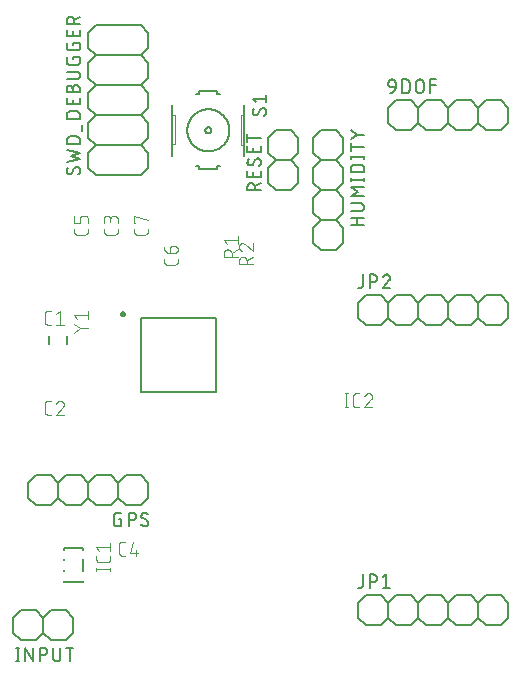
<source format=gbr>
G04 EAGLE Gerber RS-274X export*
G75*
%MOMM*%
%FSLAX34Y34*%
%LPD*%
%INSilkscreen Top*%
%IPPOS*%
%AMOC8*
5,1,8,0,0,1.08239X$1,22.5*%
G01*
%ADD10C,0.152400*%
%ADD11C,0.127000*%
%ADD12C,0.101600*%
%ADD13C,0.200000*%
%ADD14C,0.250000*%
%ADD15C,0.050800*%


D10*
X495300Y450850D02*
X501650Y457200D01*
X514350Y457200D01*
X520700Y450850D01*
X520700Y438150D01*
X514350Y431800D01*
X501650Y431800D01*
X495300Y438150D01*
X463550Y457200D02*
X450850Y457200D01*
X463550Y457200D02*
X469900Y450850D01*
X469900Y438150D01*
X463550Y431800D01*
X469900Y450850D02*
X476250Y457200D01*
X488950Y457200D01*
X495300Y450850D01*
X495300Y438150D01*
X488950Y431800D01*
X476250Y431800D01*
X469900Y438150D01*
X444500Y438150D02*
X444500Y450850D01*
X450850Y457200D01*
X444500Y438150D02*
X450850Y431800D01*
X463550Y431800D01*
X527050Y457200D02*
X539750Y457200D01*
X546100Y450850D01*
X546100Y438150D01*
X539750Y431800D01*
X520700Y450850D02*
X527050Y457200D01*
X520700Y438150D02*
X527050Y431800D01*
X539750Y431800D01*
D11*
X450723Y468503D02*
X446913Y468503D01*
X446813Y468505D01*
X446714Y468511D01*
X446614Y468521D01*
X446516Y468534D01*
X446417Y468552D01*
X446320Y468573D01*
X446224Y468598D01*
X446128Y468627D01*
X446034Y468660D01*
X445941Y468696D01*
X445850Y468736D01*
X445760Y468780D01*
X445672Y468827D01*
X445586Y468877D01*
X445502Y468931D01*
X445420Y468988D01*
X445341Y469048D01*
X445263Y469112D01*
X445189Y469178D01*
X445117Y469247D01*
X445048Y469319D01*
X444982Y469393D01*
X444918Y469471D01*
X444858Y469550D01*
X444801Y469632D01*
X444747Y469716D01*
X444697Y469802D01*
X444650Y469890D01*
X444606Y469980D01*
X444566Y470071D01*
X444530Y470164D01*
X444497Y470258D01*
X444468Y470354D01*
X444443Y470450D01*
X444422Y470547D01*
X444404Y470646D01*
X444391Y470744D01*
X444381Y470844D01*
X444375Y470943D01*
X444373Y471043D01*
X444373Y471678D01*
X444375Y471789D01*
X444381Y471899D01*
X444390Y472010D01*
X444404Y472120D01*
X444421Y472229D01*
X444442Y472338D01*
X444467Y472446D01*
X444496Y472553D01*
X444528Y472659D01*
X444564Y472764D01*
X444604Y472867D01*
X444647Y472969D01*
X444694Y473070D01*
X444745Y473169D01*
X444798Y473266D01*
X444855Y473360D01*
X444916Y473453D01*
X444979Y473544D01*
X445046Y473633D01*
X445116Y473719D01*
X445189Y473802D01*
X445264Y473884D01*
X445342Y473962D01*
X445424Y474037D01*
X445507Y474110D01*
X445593Y474180D01*
X445682Y474247D01*
X445773Y474310D01*
X445866Y474371D01*
X445961Y474428D01*
X446057Y474481D01*
X446156Y474532D01*
X446257Y474579D01*
X446359Y474622D01*
X446462Y474662D01*
X446567Y474698D01*
X446673Y474730D01*
X446780Y474759D01*
X446888Y474784D01*
X446997Y474805D01*
X447106Y474822D01*
X447216Y474836D01*
X447327Y474845D01*
X447437Y474851D01*
X447548Y474853D01*
X447659Y474851D01*
X447769Y474845D01*
X447880Y474836D01*
X447990Y474822D01*
X448099Y474805D01*
X448208Y474784D01*
X448316Y474759D01*
X448423Y474730D01*
X448529Y474698D01*
X448634Y474662D01*
X448737Y474622D01*
X448839Y474579D01*
X448940Y474532D01*
X449039Y474481D01*
X449136Y474428D01*
X449230Y474371D01*
X449323Y474310D01*
X449414Y474247D01*
X449503Y474180D01*
X449589Y474110D01*
X449672Y474037D01*
X449754Y473962D01*
X449832Y473884D01*
X449907Y473802D01*
X449980Y473719D01*
X450050Y473633D01*
X450117Y473544D01*
X450180Y473453D01*
X450241Y473360D01*
X450298Y473266D01*
X450351Y473169D01*
X450402Y473070D01*
X450449Y472969D01*
X450492Y472867D01*
X450532Y472764D01*
X450568Y472659D01*
X450600Y472553D01*
X450629Y472446D01*
X450654Y472338D01*
X450675Y472229D01*
X450692Y472120D01*
X450706Y472010D01*
X450715Y471899D01*
X450721Y471789D01*
X450723Y471678D01*
X450723Y468503D01*
X450721Y468363D01*
X450715Y468223D01*
X450706Y468083D01*
X450692Y467944D01*
X450675Y467805D01*
X450654Y467667D01*
X450629Y467529D01*
X450600Y467392D01*
X450568Y467256D01*
X450531Y467121D01*
X450491Y466987D01*
X450448Y466854D01*
X450400Y466722D01*
X450350Y466591D01*
X450295Y466462D01*
X450237Y466335D01*
X450176Y466209D01*
X450111Y466085D01*
X450042Y465963D01*
X449971Y465843D01*
X449896Y465725D01*
X449818Y465608D01*
X449736Y465494D01*
X449652Y465383D01*
X449564Y465274D01*
X449474Y465167D01*
X449380Y465062D01*
X449284Y464961D01*
X449185Y464862D01*
X449084Y464766D01*
X448979Y464672D01*
X448872Y464582D01*
X448763Y464494D01*
X448652Y464410D01*
X448538Y464328D01*
X448421Y464250D01*
X448303Y464175D01*
X448183Y464104D01*
X448061Y464035D01*
X447937Y463970D01*
X447811Y463909D01*
X447684Y463851D01*
X447555Y463796D01*
X447424Y463746D01*
X447292Y463698D01*
X447159Y463655D01*
X447025Y463615D01*
X446890Y463578D01*
X446754Y463546D01*
X446617Y463517D01*
X446479Y463492D01*
X446341Y463471D01*
X446202Y463454D01*
X446063Y463440D01*
X445923Y463431D01*
X445783Y463425D01*
X445643Y463423D01*
X456184Y463423D02*
X456184Y474853D01*
X459359Y474853D01*
X459470Y474851D01*
X459580Y474845D01*
X459691Y474836D01*
X459801Y474822D01*
X459910Y474805D01*
X460019Y474784D01*
X460127Y474759D01*
X460234Y474730D01*
X460340Y474698D01*
X460445Y474662D01*
X460548Y474622D01*
X460650Y474579D01*
X460751Y474532D01*
X460850Y474481D01*
X460947Y474428D01*
X461041Y474371D01*
X461134Y474310D01*
X461225Y474247D01*
X461314Y474180D01*
X461400Y474110D01*
X461483Y474037D01*
X461565Y473962D01*
X461643Y473884D01*
X461718Y473802D01*
X461791Y473719D01*
X461861Y473633D01*
X461928Y473544D01*
X461991Y473453D01*
X462052Y473360D01*
X462109Y473266D01*
X462162Y473169D01*
X462213Y473070D01*
X462260Y472969D01*
X462303Y472867D01*
X462343Y472764D01*
X462379Y472659D01*
X462411Y472553D01*
X462440Y472446D01*
X462465Y472338D01*
X462486Y472229D01*
X462503Y472120D01*
X462517Y472010D01*
X462526Y471899D01*
X462532Y471789D01*
X462534Y471678D01*
X462534Y466598D01*
X462532Y466487D01*
X462526Y466377D01*
X462517Y466266D01*
X462503Y466156D01*
X462486Y466047D01*
X462465Y465938D01*
X462440Y465830D01*
X462411Y465723D01*
X462379Y465617D01*
X462343Y465512D01*
X462303Y465409D01*
X462260Y465307D01*
X462213Y465206D01*
X462162Y465107D01*
X462109Y465010D01*
X462052Y464916D01*
X461991Y464823D01*
X461928Y464732D01*
X461861Y464643D01*
X461791Y464557D01*
X461718Y464474D01*
X461643Y464392D01*
X461565Y464314D01*
X461483Y464239D01*
X461400Y464166D01*
X461314Y464096D01*
X461225Y464029D01*
X461134Y463966D01*
X461041Y463905D01*
X460947Y463848D01*
X460850Y463795D01*
X460751Y463744D01*
X460650Y463697D01*
X460548Y463654D01*
X460445Y463614D01*
X460340Y463578D01*
X460234Y463546D01*
X460127Y463517D01*
X460019Y463492D01*
X459910Y463471D01*
X459801Y463454D01*
X459691Y463440D01*
X459580Y463431D01*
X459470Y463425D01*
X459359Y463423D01*
X456184Y463423D01*
X467995Y466598D02*
X467995Y471678D01*
X467997Y471789D01*
X468003Y471899D01*
X468012Y472010D01*
X468026Y472120D01*
X468043Y472229D01*
X468064Y472338D01*
X468089Y472446D01*
X468118Y472553D01*
X468150Y472659D01*
X468186Y472764D01*
X468226Y472867D01*
X468269Y472969D01*
X468316Y473070D01*
X468367Y473169D01*
X468420Y473266D01*
X468477Y473360D01*
X468538Y473453D01*
X468601Y473544D01*
X468668Y473633D01*
X468738Y473719D01*
X468811Y473802D01*
X468886Y473884D01*
X468964Y473962D01*
X469046Y474037D01*
X469129Y474110D01*
X469215Y474180D01*
X469304Y474247D01*
X469395Y474310D01*
X469488Y474371D01*
X469583Y474428D01*
X469679Y474481D01*
X469778Y474532D01*
X469879Y474579D01*
X469981Y474622D01*
X470084Y474662D01*
X470189Y474698D01*
X470295Y474730D01*
X470402Y474759D01*
X470510Y474784D01*
X470619Y474805D01*
X470728Y474822D01*
X470838Y474836D01*
X470949Y474845D01*
X471059Y474851D01*
X471170Y474853D01*
X471281Y474851D01*
X471391Y474845D01*
X471502Y474836D01*
X471612Y474822D01*
X471721Y474805D01*
X471830Y474784D01*
X471938Y474759D01*
X472045Y474730D01*
X472151Y474698D01*
X472256Y474662D01*
X472359Y474622D01*
X472461Y474579D01*
X472562Y474532D01*
X472661Y474481D01*
X472758Y474428D01*
X472852Y474371D01*
X472945Y474310D01*
X473036Y474247D01*
X473125Y474180D01*
X473211Y474110D01*
X473294Y474037D01*
X473376Y473962D01*
X473454Y473884D01*
X473529Y473802D01*
X473602Y473719D01*
X473672Y473633D01*
X473739Y473544D01*
X473802Y473453D01*
X473863Y473360D01*
X473920Y473266D01*
X473973Y473169D01*
X474024Y473070D01*
X474071Y472969D01*
X474114Y472867D01*
X474154Y472764D01*
X474190Y472659D01*
X474222Y472553D01*
X474251Y472446D01*
X474276Y472338D01*
X474297Y472229D01*
X474314Y472120D01*
X474328Y472010D01*
X474337Y471899D01*
X474343Y471789D01*
X474345Y471678D01*
X474345Y466598D01*
X474343Y466487D01*
X474337Y466377D01*
X474328Y466266D01*
X474314Y466156D01*
X474297Y466047D01*
X474276Y465938D01*
X474251Y465830D01*
X474222Y465723D01*
X474190Y465617D01*
X474154Y465512D01*
X474114Y465409D01*
X474071Y465307D01*
X474024Y465206D01*
X473973Y465107D01*
X473920Y465010D01*
X473863Y464916D01*
X473802Y464823D01*
X473739Y464732D01*
X473672Y464643D01*
X473602Y464557D01*
X473529Y464474D01*
X473454Y464392D01*
X473376Y464314D01*
X473294Y464239D01*
X473211Y464166D01*
X473125Y464096D01*
X473036Y464029D01*
X472945Y463966D01*
X472852Y463905D01*
X472757Y463848D01*
X472661Y463795D01*
X472562Y463744D01*
X472461Y463697D01*
X472359Y463654D01*
X472256Y463614D01*
X472151Y463578D01*
X472045Y463546D01*
X471938Y463517D01*
X471830Y463492D01*
X471721Y463471D01*
X471612Y463454D01*
X471502Y463440D01*
X471391Y463431D01*
X471281Y463425D01*
X471170Y463423D01*
X471059Y463425D01*
X470949Y463431D01*
X470838Y463440D01*
X470728Y463454D01*
X470619Y463471D01*
X470510Y463492D01*
X470402Y463517D01*
X470295Y463546D01*
X470189Y463578D01*
X470084Y463614D01*
X469981Y463654D01*
X469879Y463697D01*
X469778Y463744D01*
X469679Y463795D01*
X469583Y463848D01*
X469488Y463905D01*
X469395Y463966D01*
X469304Y464029D01*
X469215Y464096D01*
X469129Y464166D01*
X469046Y464239D01*
X468964Y464314D01*
X468886Y464392D01*
X468811Y464474D01*
X468738Y464557D01*
X468668Y464643D01*
X468601Y464732D01*
X468538Y464823D01*
X468477Y464916D01*
X468420Y465011D01*
X468367Y465107D01*
X468316Y465206D01*
X468269Y465307D01*
X468226Y465409D01*
X468186Y465512D01*
X468150Y465617D01*
X468118Y465723D01*
X468089Y465830D01*
X468064Y465938D01*
X468043Y466047D01*
X468026Y466156D01*
X468012Y466266D01*
X468003Y466377D01*
X467997Y466487D01*
X467995Y466598D01*
X479831Y463423D02*
X479831Y474853D01*
X484911Y474853D01*
X484911Y469773D02*
X479831Y469773D01*
D12*
X158816Y267208D02*
X156219Y267208D01*
X156120Y267210D01*
X156020Y267216D01*
X155921Y267225D01*
X155823Y267238D01*
X155725Y267255D01*
X155627Y267276D01*
X155531Y267301D01*
X155436Y267329D01*
X155342Y267361D01*
X155249Y267396D01*
X155157Y267435D01*
X155067Y267478D01*
X154979Y267523D01*
X154892Y267573D01*
X154808Y267625D01*
X154725Y267681D01*
X154645Y267739D01*
X154567Y267801D01*
X154492Y267866D01*
X154419Y267934D01*
X154349Y268004D01*
X154281Y268077D01*
X154216Y268152D01*
X154154Y268230D01*
X154096Y268310D01*
X154040Y268393D01*
X153988Y268477D01*
X153938Y268564D01*
X153893Y268652D01*
X153850Y268742D01*
X153811Y268834D01*
X153776Y268927D01*
X153744Y269021D01*
X153716Y269116D01*
X153691Y269212D01*
X153670Y269310D01*
X153653Y269408D01*
X153640Y269506D01*
X153631Y269605D01*
X153625Y269705D01*
X153623Y269804D01*
X153623Y276296D01*
X153625Y276395D01*
X153631Y276495D01*
X153640Y276594D01*
X153653Y276692D01*
X153670Y276790D01*
X153691Y276888D01*
X153716Y276984D01*
X153744Y277079D01*
X153776Y277173D01*
X153811Y277266D01*
X153850Y277358D01*
X153893Y277448D01*
X153938Y277536D01*
X153988Y277623D01*
X154040Y277707D01*
X154096Y277790D01*
X154154Y277870D01*
X154216Y277948D01*
X154281Y278023D01*
X154349Y278096D01*
X154419Y278166D01*
X154492Y278234D01*
X154567Y278299D01*
X154645Y278361D01*
X154725Y278419D01*
X154808Y278475D01*
X154892Y278527D01*
X154979Y278577D01*
X155067Y278622D01*
X155157Y278665D01*
X155249Y278704D01*
X155341Y278739D01*
X155436Y278771D01*
X155531Y278799D01*
X155627Y278824D01*
X155725Y278845D01*
X155823Y278862D01*
X155921Y278875D01*
X156020Y278884D01*
X156120Y278890D01*
X156219Y278892D01*
X158816Y278892D01*
X163181Y276296D02*
X166426Y278892D01*
X166426Y267208D01*
X163181Y267208D02*
X169672Y267208D01*
X158816Y191008D02*
X156219Y191008D01*
X156120Y191010D01*
X156020Y191016D01*
X155921Y191025D01*
X155823Y191038D01*
X155725Y191055D01*
X155627Y191076D01*
X155531Y191101D01*
X155436Y191129D01*
X155342Y191161D01*
X155249Y191196D01*
X155157Y191235D01*
X155067Y191278D01*
X154979Y191323D01*
X154892Y191373D01*
X154808Y191425D01*
X154725Y191481D01*
X154645Y191539D01*
X154567Y191601D01*
X154492Y191666D01*
X154419Y191734D01*
X154349Y191804D01*
X154281Y191877D01*
X154216Y191952D01*
X154154Y192030D01*
X154096Y192110D01*
X154040Y192193D01*
X153988Y192277D01*
X153938Y192364D01*
X153893Y192452D01*
X153850Y192542D01*
X153811Y192634D01*
X153776Y192727D01*
X153744Y192821D01*
X153716Y192916D01*
X153691Y193012D01*
X153670Y193110D01*
X153653Y193208D01*
X153640Y193306D01*
X153631Y193405D01*
X153625Y193505D01*
X153623Y193604D01*
X153623Y200096D01*
X153625Y200195D01*
X153631Y200295D01*
X153640Y200394D01*
X153653Y200492D01*
X153670Y200590D01*
X153691Y200688D01*
X153716Y200784D01*
X153744Y200879D01*
X153776Y200973D01*
X153811Y201066D01*
X153850Y201158D01*
X153893Y201248D01*
X153938Y201336D01*
X153988Y201423D01*
X154040Y201507D01*
X154096Y201590D01*
X154154Y201670D01*
X154216Y201748D01*
X154281Y201823D01*
X154349Y201896D01*
X154419Y201966D01*
X154492Y202034D01*
X154567Y202099D01*
X154645Y202161D01*
X154725Y202219D01*
X154808Y202275D01*
X154892Y202327D01*
X154979Y202377D01*
X155067Y202422D01*
X155157Y202465D01*
X155249Y202504D01*
X155341Y202539D01*
X155436Y202571D01*
X155531Y202599D01*
X155627Y202624D01*
X155725Y202645D01*
X155823Y202662D01*
X155921Y202675D01*
X156020Y202684D01*
X156120Y202690D01*
X156219Y202692D01*
X158816Y202692D01*
X166751Y202692D02*
X166858Y202690D01*
X166964Y202684D01*
X167070Y202674D01*
X167176Y202661D01*
X167282Y202643D01*
X167386Y202622D01*
X167490Y202597D01*
X167593Y202568D01*
X167694Y202536D01*
X167794Y202499D01*
X167893Y202459D01*
X167991Y202416D01*
X168087Y202369D01*
X168181Y202318D01*
X168273Y202264D01*
X168363Y202207D01*
X168451Y202147D01*
X168536Y202083D01*
X168619Y202016D01*
X168700Y201946D01*
X168778Y201874D01*
X168854Y201798D01*
X168926Y201720D01*
X168996Y201639D01*
X169063Y201556D01*
X169127Y201471D01*
X169187Y201383D01*
X169244Y201293D01*
X169298Y201201D01*
X169349Y201107D01*
X169396Y201011D01*
X169439Y200913D01*
X169479Y200814D01*
X169516Y200714D01*
X169548Y200613D01*
X169577Y200510D01*
X169602Y200406D01*
X169623Y200302D01*
X169641Y200196D01*
X169654Y200090D01*
X169664Y199984D01*
X169670Y199878D01*
X169672Y199771D01*
X166751Y202692D02*
X166630Y202690D01*
X166509Y202684D01*
X166389Y202674D01*
X166268Y202661D01*
X166149Y202643D01*
X166029Y202622D01*
X165911Y202597D01*
X165794Y202568D01*
X165677Y202535D01*
X165562Y202499D01*
X165448Y202458D01*
X165335Y202415D01*
X165223Y202367D01*
X165114Y202316D01*
X165006Y202261D01*
X164899Y202203D01*
X164795Y202142D01*
X164693Y202077D01*
X164593Y202009D01*
X164495Y201938D01*
X164399Y201864D01*
X164306Y201787D01*
X164216Y201706D01*
X164128Y201623D01*
X164043Y201537D01*
X163960Y201448D01*
X163881Y201357D01*
X163804Y201263D01*
X163731Y201167D01*
X163661Y201069D01*
X163594Y200968D01*
X163530Y200865D01*
X163470Y200760D01*
X163413Y200653D01*
X163359Y200545D01*
X163309Y200435D01*
X163263Y200323D01*
X163220Y200210D01*
X163181Y200095D01*
X168699Y197499D02*
X168778Y197576D01*
X168854Y197657D01*
X168927Y197740D01*
X168997Y197825D01*
X169064Y197913D01*
X169128Y198003D01*
X169188Y198095D01*
X169245Y198190D01*
X169299Y198286D01*
X169350Y198384D01*
X169397Y198484D01*
X169441Y198586D01*
X169481Y198689D01*
X169517Y198793D01*
X169549Y198899D01*
X169578Y199005D01*
X169603Y199113D01*
X169625Y199221D01*
X169642Y199331D01*
X169656Y199440D01*
X169665Y199550D01*
X169671Y199661D01*
X169673Y199771D01*
X168698Y197499D02*
X163181Y191008D01*
X169672Y191008D01*
X215392Y346004D02*
X215392Y348601D01*
X215392Y346004D02*
X215390Y345905D01*
X215384Y345805D01*
X215375Y345706D01*
X215362Y345608D01*
X215345Y345510D01*
X215324Y345412D01*
X215299Y345316D01*
X215271Y345221D01*
X215239Y345127D01*
X215204Y345034D01*
X215165Y344942D01*
X215122Y344852D01*
X215077Y344764D01*
X215027Y344677D01*
X214975Y344593D01*
X214919Y344510D01*
X214861Y344430D01*
X214799Y344352D01*
X214734Y344277D01*
X214666Y344204D01*
X214596Y344134D01*
X214523Y344066D01*
X214448Y344001D01*
X214370Y343939D01*
X214290Y343881D01*
X214207Y343825D01*
X214123Y343773D01*
X214036Y343723D01*
X213948Y343678D01*
X213858Y343635D01*
X213766Y343596D01*
X213673Y343561D01*
X213579Y343529D01*
X213484Y343501D01*
X213388Y343476D01*
X213290Y343455D01*
X213192Y343438D01*
X213094Y343425D01*
X212995Y343416D01*
X212895Y343410D01*
X212796Y343408D01*
X206304Y343408D01*
X206205Y343410D01*
X206105Y343416D01*
X206006Y343425D01*
X205908Y343438D01*
X205810Y343456D01*
X205712Y343476D01*
X205616Y343501D01*
X205520Y343529D01*
X205426Y343561D01*
X205333Y343596D01*
X205242Y343635D01*
X205152Y343678D01*
X205063Y343723D01*
X204977Y343773D01*
X204892Y343825D01*
X204810Y343881D01*
X204730Y343940D01*
X204652Y344001D01*
X204576Y344066D01*
X204503Y344134D01*
X204433Y344204D01*
X204365Y344277D01*
X204300Y344353D01*
X204239Y344431D01*
X204180Y344511D01*
X204124Y344593D01*
X204072Y344678D01*
X204023Y344764D01*
X203977Y344853D01*
X203934Y344943D01*
X203895Y345034D01*
X203860Y345127D01*
X203828Y345221D01*
X203800Y345317D01*
X203775Y345413D01*
X203755Y345511D01*
X203737Y345609D01*
X203724Y345707D01*
X203715Y345806D01*
X203709Y345905D01*
X203707Y346005D01*
X203708Y346004D02*
X203708Y348601D01*
X215392Y352966D02*
X215392Y356212D01*
X215390Y356325D01*
X215384Y356438D01*
X215374Y356551D01*
X215360Y356664D01*
X215343Y356776D01*
X215321Y356887D01*
X215296Y356997D01*
X215266Y357107D01*
X215233Y357215D01*
X215196Y357322D01*
X215156Y357428D01*
X215111Y357532D01*
X215063Y357635D01*
X215012Y357736D01*
X214957Y357835D01*
X214899Y357932D01*
X214837Y358027D01*
X214772Y358120D01*
X214704Y358210D01*
X214633Y358298D01*
X214558Y358384D01*
X214481Y358467D01*
X214401Y358547D01*
X214318Y358624D01*
X214232Y358699D01*
X214144Y358770D01*
X214054Y358838D01*
X213961Y358903D01*
X213866Y358965D01*
X213769Y359023D01*
X213670Y359078D01*
X213569Y359129D01*
X213466Y359177D01*
X213362Y359222D01*
X213256Y359262D01*
X213149Y359299D01*
X213041Y359332D01*
X212931Y359362D01*
X212821Y359387D01*
X212710Y359409D01*
X212598Y359426D01*
X212485Y359440D01*
X212372Y359450D01*
X212259Y359456D01*
X212146Y359458D01*
X212033Y359456D01*
X211920Y359450D01*
X211807Y359440D01*
X211694Y359426D01*
X211582Y359409D01*
X211471Y359387D01*
X211361Y359362D01*
X211251Y359332D01*
X211143Y359299D01*
X211036Y359262D01*
X210930Y359222D01*
X210826Y359177D01*
X210723Y359129D01*
X210622Y359078D01*
X210523Y359023D01*
X210426Y358965D01*
X210331Y358903D01*
X210238Y358838D01*
X210148Y358770D01*
X210060Y358699D01*
X209974Y358624D01*
X209891Y358547D01*
X209811Y358467D01*
X209734Y358384D01*
X209659Y358298D01*
X209588Y358210D01*
X209520Y358120D01*
X209455Y358027D01*
X209393Y357932D01*
X209335Y357835D01*
X209280Y357736D01*
X209229Y357635D01*
X209181Y357532D01*
X209136Y357428D01*
X209096Y357322D01*
X209059Y357215D01*
X209026Y357107D01*
X208996Y356997D01*
X208971Y356887D01*
X208949Y356776D01*
X208932Y356664D01*
X208918Y356551D01*
X208908Y356438D01*
X208902Y356325D01*
X208900Y356212D01*
X203708Y356861D02*
X203708Y352966D01*
X203708Y356861D02*
X203710Y356962D01*
X203716Y357062D01*
X203726Y357162D01*
X203739Y357262D01*
X203757Y357361D01*
X203778Y357460D01*
X203803Y357557D01*
X203832Y357654D01*
X203865Y357749D01*
X203901Y357843D01*
X203941Y357935D01*
X203984Y358026D01*
X204031Y358115D01*
X204081Y358202D01*
X204135Y358288D01*
X204192Y358371D01*
X204252Y358451D01*
X204315Y358530D01*
X204382Y358606D01*
X204451Y358679D01*
X204523Y358749D01*
X204597Y358817D01*
X204674Y358882D01*
X204754Y358943D01*
X204836Y359002D01*
X204920Y359057D01*
X205006Y359109D01*
X205094Y359158D01*
X205184Y359203D01*
X205276Y359245D01*
X205369Y359283D01*
X205464Y359317D01*
X205559Y359348D01*
X205656Y359375D01*
X205754Y359398D01*
X205853Y359418D01*
X205953Y359433D01*
X206053Y359445D01*
X206153Y359453D01*
X206254Y359457D01*
X206354Y359457D01*
X206455Y359453D01*
X206555Y359445D01*
X206655Y359433D01*
X206755Y359418D01*
X206854Y359398D01*
X206952Y359375D01*
X207049Y359348D01*
X207144Y359317D01*
X207239Y359283D01*
X207332Y359245D01*
X207424Y359203D01*
X207514Y359158D01*
X207602Y359109D01*
X207688Y359057D01*
X207772Y359002D01*
X207854Y358943D01*
X207934Y358882D01*
X208011Y358817D01*
X208085Y358749D01*
X208157Y358679D01*
X208226Y358606D01*
X208293Y358530D01*
X208356Y358451D01*
X208416Y358371D01*
X208473Y358288D01*
X208527Y358202D01*
X208577Y358115D01*
X208624Y358026D01*
X208667Y357935D01*
X208707Y357843D01*
X208743Y357749D01*
X208776Y357654D01*
X208805Y357557D01*
X208830Y357460D01*
X208851Y357361D01*
X208869Y357262D01*
X208882Y357162D01*
X208892Y357062D01*
X208898Y356962D01*
X208900Y356861D01*
X208901Y356861D02*
X208901Y354264D01*
X219004Y71628D02*
X221601Y71628D01*
X219004Y71628D02*
X218905Y71630D01*
X218805Y71636D01*
X218706Y71645D01*
X218608Y71658D01*
X218510Y71675D01*
X218412Y71696D01*
X218316Y71721D01*
X218221Y71749D01*
X218127Y71781D01*
X218034Y71816D01*
X217942Y71855D01*
X217852Y71898D01*
X217764Y71943D01*
X217677Y71993D01*
X217593Y72045D01*
X217510Y72101D01*
X217430Y72159D01*
X217352Y72221D01*
X217277Y72286D01*
X217204Y72354D01*
X217134Y72424D01*
X217066Y72497D01*
X217001Y72572D01*
X216939Y72650D01*
X216881Y72730D01*
X216825Y72813D01*
X216773Y72897D01*
X216723Y72984D01*
X216678Y73072D01*
X216635Y73162D01*
X216596Y73254D01*
X216561Y73347D01*
X216529Y73441D01*
X216501Y73536D01*
X216476Y73632D01*
X216455Y73730D01*
X216438Y73828D01*
X216425Y73926D01*
X216416Y74025D01*
X216410Y74125D01*
X216408Y74224D01*
X216408Y80716D01*
X216410Y80815D01*
X216416Y80915D01*
X216425Y81014D01*
X216438Y81112D01*
X216455Y81210D01*
X216476Y81308D01*
X216501Y81404D01*
X216529Y81499D01*
X216561Y81593D01*
X216596Y81686D01*
X216635Y81778D01*
X216678Y81868D01*
X216723Y81956D01*
X216773Y82043D01*
X216825Y82127D01*
X216881Y82210D01*
X216939Y82290D01*
X217001Y82368D01*
X217066Y82443D01*
X217134Y82516D01*
X217204Y82586D01*
X217277Y82654D01*
X217352Y82719D01*
X217430Y82781D01*
X217510Y82839D01*
X217593Y82895D01*
X217677Y82947D01*
X217764Y82997D01*
X217852Y83042D01*
X217942Y83085D01*
X218034Y83124D01*
X218126Y83159D01*
X218221Y83191D01*
X218316Y83219D01*
X218412Y83244D01*
X218510Y83265D01*
X218608Y83282D01*
X218706Y83295D01*
X218805Y83304D01*
X218905Y83310D01*
X219004Y83312D01*
X221601Y83312D01*
X228563Y83312D02*
X225966Y74224D01*
X232457Y74224D01*
X230510Y76821D02*
X230510Y71628D01*
X189992Y346004D02*
X189992Y348601D01*
X189992Y346004D02*
X189990Y345905D01*
X189984Y345805D01*
X189975Y345706D01*
X189962Y345608D01*
X189945Y345510D01*
X189924Y345412D01*
X189899Y345316D01*
X189871Y345221D01*
X189839Y345127D01*
X189804Y345034D01*
X189765Y344942D01*
X189722Y344852D01*
X189677Y344764D01*
X189627Y344677D01*
X189575Y344593D01*
X189519Y344510D01*
X189461Y344430D01*
X189399Y344352D01*
X189334Y344277D01*
X189266Y344204D01*
X189196Y344134D01*
X189123Y344066D01*
X189048Y344001D01*
X188970Y343939D01*
X188890Y343881D01*
X188807Y343825D01*
X188723Y343773D01*
X188636Y343723D01*
X188548Y343678D01*
X188458Y343635D01*
X188366Y343596D01*
X188273Y343561D01*
X188179Y343529D01*
X188084Y343501D01*
X187988Y343476D01*
X187890Y343455D01*
X187792Y343438D01*
X187694Y343425D01*
X187595Y343416D01*
X187495Y343410D01*
X187396Y343408D01*
X180904Y343408D01*
X180805Y343410D01*
X180705Y343416D01*
X180606Y343425D01*
X180508Y343438D01*
X180410Y343456D01*
X180312Y343476D01*
X180216Y343501D01*
X180120Y343529D01*
X180026Y343561D01*
X179933Y343596D01*
X179842Y343635D01*
X179752Y343678D01*
X179663Y343723D01*
X179577Y343773D01*
X179492Y343825D01*
X179410Y343881D01*
X179330Y343940D01*
X179252Y344001D01*
X179176Y344066D01*
X179103Y344134D01*
X179033Y344204D01*
X178965Y344277D01*
X178900Y344353D01*
X178839Y344431D01*
X178780Y344511D01*
X178724Y344593D01*
X178672Y344678D01*
X178623Y344764D01*
X178577Y344853D01*
X178534Y344943D01*
X178495Y345034D01*
X178460Y345127D01*
X178428Y345221D01*
X178400Y345317D01*
X178375Y345413D01*
X178355Y345511D01*
X178337Y345609D01*
X178324Y345707D01*
X178315Y345806D01*
X178309Y345905D01*
X178307Y346005D01*
X178308Y346004D02*
X178308Y348601D01*
X189992Y352966D02*
X189992Y356861D01*
X189990Y356960D01*
X189984Y357060D01*
X189975Y357159D01*
X189962Y357257D01*
X189945Y357355D01*
X189924Y357453D01*
X189899Y357549D01*
X189871Y357644D01*
X189839Y357738D01*
X189804Y357831D01*
X189765Y357923D01*
X189722Y358013D01*
X189677Y358101D01*
X189627Y358188D01*
X189575Y358272D01*
X189519Y358355D01*
X189461Y358435D01*
X189399Y358513D01*
X189334Y358588D01*
X189266Y358661D01*
X189196Y358731D01*
X189123Y358799D01*
X189048Y358864D01*
X188970Y358926D01*
X188890Y358984D01*
X188807Y359040D01*
X188723Y359092D01*
X188636Y359142D01*
X188548Y359187D01*
X188458Y359230D01*
X188366Y359269D01*
X188273Y359304D01*
X188179Y359336D01*
X188084Y359364D01*
X187988Y359389D01*
X187890Y359410D01*
X187792Y359427D01*
X187694Y359440D01*
X187595Y359449D01*
X187495Y359455D01*
X187396Y359457D01*
X186097Y359457D01*
X185998Y359455D01*
X185898Y359449D01*
X185799Y359440D01*
X185701Y359427D01*
X185603Y359410D01*
X185505Y359389D01*
X185409Y359364D01*
X185314Y359336D01*
X185220Y359304D01*
X185127Y359269D01*
X185035Y359230D01*
X184945Y359187D01*
X184857Y359142D01*
X184770Y359092D01*
X184686Y359040D01*
X184603Y358984D01*
X184523Y358926D01*
X184445Y358864D01*
X184370Y358799D01*
X184297Y358731D01*
X184227Y358661D01*
X184159Y358588D01*
X184094Y358513D01*
X184032Y358435D01*
X183974Y358355D01*
X183918Y358272D01*
X183866Y358188D01*
X183816Y358101D01*
X183771Y358013D01*
X183728Y357923D01*
X183689Y357831D01*
X183654Y357738D01*
X183622Y357644D01*
X183594Y357549D01*
X183569Y357453D01*
X183548Y357355D01*
X183531Y357257D01*
X183518Y357159D01*
X183509Y357060D01*
X183503Y356960D01*
X183501Y356861D01*
X183501Y352966D01*
X178308Y352966D01*
X178308Y359457D01*
X266192Y323201D02*
X266192Y320604D01*
X266190Y320505D01*
X266184Y320405D01*
X266175Y320306D01*
X266162Y320208D01*
X266145Y320110D01*
X266124Y320012D01*
X266099Y319916D01*
X266071Y319821D01*
X266039Y319727D01*
X266004Y319634D01*
X265965Y319542D01*
X265922Y319452D01*
X265877Y319364D01*
X265827Y319277D01*
X265775Y319193D01*
X265719Y319110D01*
X265661Y319030D01*
X265599Y318952D01*
X265534Y318877D01*
X265466Y318804D01*
X265396Y318734D01*
X265323Y318666D01*
X265248Y318601D01*
X265170Y318539D01*
X265090Y318481D01*
X265007Y318425D01*
X264923Y318373D01*
X264836Y318323D01*
X264748Y318278D01*
X264658Y318235D01*
X264566Y318196D01*
X264473Y318161D01*
X264379Y318129D01*
X264284Y318101D01*
X264188Y318076D01*
X264090Y318055D01*
X263992Y318038D01*
X263894Y318025D01*
X263795Y318016D01*
X263695Y318010D01*
X263596Y318008D01*
X257104Y318008D01*
X257005Y318010D01*
X256905Y318016D01*
X256806Y318025D01*
X256708Y318038D01*
X256610Y318056D01*
X256512Y318076D01*
X256416Y318101D01*
X256320Y318129D01*
X256226Y318161D01*
X256133Y318196D01*
X256042Y318235D01*
X255952Y318278D01*
X255863Y318323D01*
X255777Y318373D01*
X255692Y318425D01*
X255610Y318481D01*
X255530Y318540D01*
X255452Y318601D01*
X255376Y318666D01*
X255303Y318734D01*
X255233Y318804D01*
X255165Y318877D01*
X255100Y318953D01*
X255039Y319031D01*
X254980Y319111D01*
X254924Y319193D01*
X254872Y319278D01*
X254823Y319364D01*
X254777Y319453D01*
X254734Y319543D01*
X254695Y319634D01*
X254660Y319727D01*
X254628Y319821D01*
X254600Y319917D01*
X254575Y320013D01*
X254555Y320111D01*
X254537Y320209D01*
X254524Y320307D01*
X254515Y320406D01*
X254509Y320505D01*
X254507Y320605D01*
X254508Y320604D02*
X254508Y323201D01*
X259701Y327566D02*
X259701Y331461D01*
X259703Y331560D01*
X259709Y331660D01*
X259718Y331759D01*
X259731Y331857D01*
X259748Y331955D01*
X259769Y332053D01*
X259794Y332149D01*
X259822Y332244D01*
X259854Y332338D01*
X259889Y332431D01*
X259928Y332523D01*
X259971Y332613D01*
X260016Y332701D01*
X260066Y332788D01*
X260118Y332872D01*
X260174Y332955D01*
X260232Y333035D01*
X260294Y333113D01*
X260359Y333188D01*
X260427Y333261D01*
X260497Y333331D01*
X260570Y333399D01*
X260645Y333464D01*
X260723Y333526D01*
X260803Y333584D01*
X260886Y333640D01*
X260970Y333692D01*
X261057Y333742D01*
X261145Y333787D01*
X261235Y333830D01*
X261327Y333869D01*
X261420Y333904D01*
X261514Y333936D01*
X261609Y333964D01*
X261705Y333989D01*
X261803Y334010D01*
X261901Y334027D01*
X261999Y334040D01*
X262098Y334049D01*
X262198Y334055D01*
X262297Y334057D01*
X262946Y334057D01*
X262946Y334058D02*
X263059Y334056D01*
X263172Y334050D01*
X263285Y334040D01*
X263398Y334026D01*
X263510Y334009D01*
X263621Y333987D01*
X263731Y333962D01*
X263841Y333932D01*
X263949Y333899D01*
X264056Y333862D01*
X264162Y333822D01*
X264266Y333777D01*
X264369Y333729D01*
X264470Y333678D01*
X264569Y333623D01*
X264666Y333565D01*
X264761Y333503D01*
X264854Y333438D01*
X264944Y333370D01*
X265032Y333299D01*
X265118Y333224D01*
X265201Y333147D01*
X265281Y333067D01*
X265358Y332984D01*
X265433Y332898D01*
X265504Y332810D01*
X265572Y332720D01*
X265637Y332627D01*
X265699Y332532D01*
X265757Y332435D01*
X265812Y332336D01*
X265863Y332235D01*
X265911Y332132D01*
X265956Y332028D01*
X265996Y331922D01*
X266033Y331815D01*
X266066Y331707D01*
X266096Y331597D01*
X266121Y331487D01*
X266143Y331376D01*
X266160Y331264D01*
X266174Y331151D01*
X266184Y331038D01*
X266190Y330925D01*
X266192Y330812D01*
X266190Y330699D01*
X266184Y330586D01*
X266174Y330473D01*
X266160Y330360D01*
X266143Y330248D01*
X266121Y330137D01*
X266096Y330027D01*
X266066Y329917D01*
X266033Y329809D01*
X265996Y329702D01*
X265956Y329596D01*
X265911Y329492D01*
X265863Y329389D01*
X265812Y329288D01*
X265757Y329189D01*
X265699Y329092D01*
X265637Y328997D01*
X265572Y328904D01*
X265504Y328814D01*
X265433Y328726D01*
X265358Y328640D01*
X265281Y328557D01*
X265201Y328477D01*
X265118Y328400D01*
X265032Y328325D01*
X264944Y328254D01*
X264854Y328186D01*
X264761Y328121D01*
X264666Y328059D01*
X264569Y328001D01*
X264470Y327946D01*
X264369Y327895D01*
X264266Y327847D01*
X264162Y327802D01*
X264056Y327762D01*
X263949Y327725D01*
X263841Y327692D01*
X263731Y327662D01*
X263621Y327637D01*
X263510Y327615D01*
X263398Y327598D01*
X263285Y327584D01*
X263172Y327574D01*
X263059Y327568D01*
X262946Y327566D01*
X259701Y327566D01*
X259558Y327568D01*
X259415Y327574D01*
X259272Y327584D01*
X259130Y327598D01*
X258988Y327615D01*
X258846Y327637D01*
X258705Y327662D01*
X258565Y327692D01*
X258426Y327725D01*
X258288Y327762D01*
X258151Y327803D01*
X258015Y327847D01*
X257880Y327896D01*
X257747Y327948D01*
X257615Y328003D01*
X257485Y328063D01*
X257356Y328126D01*
X257229Y328192D01*
X257105Y328262D01*
X256982Y328335D01*
X256861Y328412D01*
X256742Y328491D01*
X256626Y328575D01*
X256511Y328661D01*
X256400Y328750D01*
X256291Y328843D01*
X256184Y328938D01*
X256080Y329037D01*
X255979Y329138D01*
X255880Y329242D01*
X255785Y329348D01*
X255692Y329458D01*
X255603Y329569D01*
X255517Y329683D01*
X255434Y329800D01*
X255354Y329919D01*
X255277Y330040D01*
X255204Y330162D01*
X255134Y330287D01*
X255068Y330414D01*
X255005Y330543D01*
X254945Y330673D01*
X254890Y330805D01*
X254838Y330938D01*
X254789Y331073D01*
X254745Y331209D01*
X254704Y331346D01*
X254667Y331484D01*
X254634Y331623D01*
X254604Y331763D01*
X254579Y331904D01*
X254557Y332046D01*
X254540Y332188D01*
X254526Y332330D01*
X254516Y332473D01*
X254510Y332616D01*
X254508Y332759D01*
X240792Y346004D02*
X240792Y348601D01*
X240792Y346004D02*
X240790Y345905D01*
X240784Y345805D01*
X240775Y345706D01*
X240762Y345608D01*
X240745Y345510D01*
X240724Y345412D01*
X240699Y345316D01*
X240671Y345221D01*
X240639Y345127D01*
X240604Y345034D01*
X240565Y344942D01*
X240522Y344852D01*
X240477Y344764D01*
X240427Y344677D01*
X240375Y344593D01*
X240319Y344510D01*
X240261Y344430D01*
X240199Y344352D01*
X240134Y344277D01*
X240066Y344204D01*
X239996Y344134D01*
X239923Y344066D01*
X239848Y344001D01*
X239770Y343939D01*
X239690Y343881D01*
X239607Y343825D01*
X239523Y343773D01*
X239436Y343723D01*
X239348Y343678D01*
X239258Y343635D01*
X239166Y343596D01*
X239073Y343561D01*
X238979Y343529D01*
X238884Y343501D01*
X238788Y343476D01*
X238690Y343455D01*
X238592Y343438D01*
X238494Y343425D01*
X238395Y343416D01*
X238295Y343410D01*
X238196Y343408D01*
X231704Y343408D01*
X231605Y343410D01*
X231505Y343416D01*
X231406Y343425D01*
X231308Y343438D01*
X231210Y343456D01*
X231112Y343476D01*
X231016Y343501D01*
X230920Y343529D01*
X230826Y343561D01*
X230733Y343596D01*
X230642Y343635D01*
X230552Y343678D01*
X230463Y343723D01*
X230377Y343773D01*
X230292Y343825D01*
X230210Y343881D01*
X230130Y343940D01*
X230052Y344001D01*
X229976Y344066D01*
X229903Y344134D01*
X229833Y344204D01*
X229765Y344277D01*
X229700Y344353D01*
X229639Y344431D01*
X229580Y344511D01*
X229524Y344593D01*
X229472Y344678D01*
X229423Y344764D01*
X229377Y344853D01*
X229334Y344943D01*
X229295Y345034D01*
X229260Y345127D01*
X229228Y345221D01*
X229200Y345317D01*
X229175Y345413D01*
X229155Y345511D01*
X229137Y345609D01*
X229124Y345707D01*
X229115Y345806D01*
X229109Y345905D01*
X229107Y346005D01*
X229108Y346004D02*
X229108Y348601D01*
X229108Y352966D02*
X230406Y352966D01*
X229108Y352966D02*
X229108Y359457D01*
X240792Y356212D01*
D10*
X190500Y120650D02*
X184150Y114300D01*
X171450Y114300D01*
X165100Y120650D01*
X165100Y133350D01*
X171450Y139700D01*
X184150Y139700D01*
X190500Y133350D01*
X222250Y114300D02*
X234950Y114300D01*
X222250Y114300D02*
X215900Y120650D01*
X215900Y133350D01*
X222250Y139700D01*
X215900Y120650D02*
X209550Y114300D01*
X196850Y114300D01*
X190500Y120650D01*
X190500Y133350D01*
X196850Y139700D01*
X209550Y139700D01*
X215900Y133350D01*
X241300Y133350D02*
X241300Y120650D01*
X234950Y114300D01*
X241300Y133350D02*
X234950Y139700D01*
X222250Y139700D01*
X158750Y114300D02*
X146050Y114300D01*
X139700Y120650D01*
X139700Y133350D01*
X146050Y139700D01*
X165100Y120650D02*
X158750Y114300D01*
X165100Y133350D02*
X158750Y139700D01*
X146050Y139700D01*
D11*
X216662Y102997D02*
X218567Y102997D01*
X218567Y96647D01*
X214757Y96647D01*
X214657Y96649D01*
X214558Y96655D01*
X214458Y96665D01*
X214360Y96678D01*
X214261Y96696D01*
X214164Y96717D01*
X214068Y96742D01*
X213972Y96771D01*
X213878Y96804D01*
X213785Y96840D01*
X213694Y96880D01*
X213604Y96924D01*
X213516Y96971D01*
X213430Y97021D01*
X213346Y97075D01*
X213264Y97132D01*
X213185Y97192D01*
X213107Y97256D01*
X213033Y97322D01*
X212961Y97391D01*
X212892Y97463D01*
X212826Y97537D01*
X212762Y97615D01*
X212702Y97694D01*
X212645Y97776D01*
X212591Y97860D01*
X212541Y97946D01*
X212494Y98034D01*
X212450Y98124D01*
X212410Y98215D01*
X212374Y98308D01*
X212341Y98402D01*
X212312Y98498D01*
X212287Y98594D01*
X212266Y98691D01*
X212248Y98790D01*
X212235Y98888D01*
X212225Y98988D01*
X212219Y99087D01*
X212217Y99187D01*
X212217Y105537D01*
X212219Y105637D01*
X212225Y105736D01*
X212235Y105836D01*
X212248Y105934D01*
X212266Y106033D01*
X212287Y106130D01*
X212312Y106226D01*
X212341Y106322D01*
X212374Y106416D01*
X212410Y106509D01*
X212450Y106600D01*
X212494Y106690D01*
X212541Y106778D01*
X212591Y106864D01*
X212645Y106948D01*
X212702Y107030D01*
X212762Y107109D01*
X212826Y107187D01*
X212892Y107261D01*
X212961Y107333D01*
X213033Y107402D01*
X213107Y107468D01*
X213185Y107532D01*
X213264Y107592D01*
X213346Y107649D01*
X213430Y107703D01*
X213516Y107753D01*
X213604Y107800D01*
X213694Y107844D01*
X213785Y107884D01*
X213878Y107920D01*
X213972Y107953D01*
X214068Y107982D01*
X214164Y108007D01*
X214261Y108028D01*
X214360Y108046D01*
X214458Y108059D01*
X214558Y108069D01*
X214657Y108075D01*
X214757Y108077D01*
X218567Y108077D01*
X224600Y108077D02*
X224600Y96647D01*
X224600Y108077D02*
X227775Y108077D01*
X227886Y108075D01*
X227996Y108069D01*
X228107Y108060D01*
X228217Y108046D01*
X228326Y108029D01*
X228435Y108008D01*
X228543Y107983D01*
X228650Y107954D01*
X228756Y107922D01*
X228861Y107886D01*
X228964Y107846D01*
X229066Y107803D01*
X229167Y107756D01*
X229266Y107705D01*
X229363Y107652D01*
X229457Y107595D01*
X229550Y107534D01*
X229641Y107471D01*
X229730Y107404D01*
X229816Y107334D01*
X229899Y107261D01*
X229981Y107186D01*
X230059Y107108D01*
X230134Y107026D01*
X230207Y106943D01*
X230277Y106857D01*
X230344Y106768D01*
X230407Y106677D01*
X230468Y106584D01*
X230525Y106489D01*
X230578Y106393D01*
X230629Y106294D01*
X230676Y106193D01*
X230719Y106091D01*
X230759Y105988D01*
X230795Y105883D01*
X230827Y105777D01*
X230856Y105670D01*
X230881Y105562D01*
X230902Y105453D01*
X230919Y105344D01*
X230933Y105234D01*
X230942Y105123D01*
X230948Y105013D01*
X230950Y104902D01*
X230948Y104791D01*
X230942Y104681D01*
X230933Y104570D01*
X230919Y104460D01*
X230902Y104351D01*
X230881Y104242D01*
X230856Y104134D01*
X230827Y104027D01*
X230795Y103921D01*
X230759Y103816D01*
X230719Y103713D01*
X230676Y103611D01*
X230629Y103510D01*
X230578Y103411D01*
X230525Y103314D01*
X230468Y103220D01*
X230407Y103127D01*
X230344Y103036D01*
X230277Y102947D01*
X230207Y102861D01*
X230134Y102778D01*
X230059Y102696D01*
X229981Y102618D01*
X229899Y102543D01*
X229816Y102470D01*
X229730Y102400D01*
X229641Y102333D01*
X229550Y102270D01*
X229457Y102209D01*
X229362Y102152D01*
X229266Y102099D01*
X229167Y102048D01*
X229066Y102001D01*
X228964Y101958D01*
X228861Y101918D01*
X228756Y101882D01*
X228650Y101850D01*
X228543Y101821D01*
X228435Y101796D01*
X228326Y101775D01*
X228217Y101758D01*
X228107Y101744D01*
X227996Y101735D01*
X227886Y101729D01*
X227775Y101727D01*
X224600Y101727D01*
X238887Y96647D02*
X238987Y96649D01*
X239086Y96655D01*
X239186Y96665D01*
X239284Y96678D01*
X239383Y96696D01*
X239480Y96717D01*
X239576Y96742D01*
X239672Y96771D01*
X239766Y96804D01*
X239859Y96840D01*
X239950Y96880D01*
X240040Y96924D01*
X240128Y96971D01*
X240214Y97021D01*
X240298Y97075D01*
X240380Y97132D01*
X240459Y97192D01*
X240537Y97256D01*
X240611Y97322D01*
X240683Y97391D01*
X240752Y97463D01*
X240818Y97537D01*
X240882Y97615D01*
X240942Y97694D01*
X240999Y97776D01*
X241053Y97860D01*
X241103Y97946D01*
X241150Y98034D01*
X241194Y98124D01*
X241234Y98215D01*
X241270Y98308D01*
X241303Y98402D01*
X241332Y98498D01*
X241357Y98594D01*
X241378Y98691D01*
X241396Y98790D01*
X241409Y98888D01*
X241419Y98988D01*
X241425Y99087D01*
X241427Y99187D01*
X238887Y96647D02*
X238746Y96649D01*
X238605Y96654D01*
X238464Y96664D01*
X238323Y96677D01*
X238183Y96693D01*
X238043Y96714D01*
X237904Y96738D01*
X237765Y96766D01*
X237628Y96797D01*
X237491Y96832D01*
X237355Y96870D01*
X237220Y96912D01*
X237087Y96958D01*
X236954Y97007D01*
X236823Y97060D01*
X236694Y97116D01*
X236565Y97175D01*
X236439Y97238D01*
X236314Y97304D01*
X236191Y97373D01*
X236070Y97446D01*
X235951Y97522D01*
X235833Y97601D01*
X235718Y97682D01*
X235606Y97767D01*
X235495Y97855D01*
X235387Y97946D01*
X235281Y98039D01*
X235178Y98136D01*
X235077Y98235D01*
X235395Y105537D02*
X235397Y105637D01*
X235403Y105736D01*
X235413Y105836D01*
X235426Y105934D01*
X235444Y106033D01*
X235465Y106130D01*
X235490Y106226D01*
X235519Y106322D01*
X235552Y106416D01*
X235588Y106509D01*
X235628Y106600D01*
X235672Y106690D01*
X235719Y106778D01*
X235769Y106864D01*
X235823Y106948D01*
X235880Y107030D01*
X235940Y107109D01*
X236004Y107187D01*
X236070Y107261D01*
X236139Y107333D01*
X236211Y107402D01*
X236285Y107468D01*
X236363Y107532D01*
X236442Y107592D01*
X236524Y107649D01*
X236608Y107703D01*
X236694Y107753D01*
X236782Y107800D01*
X236872Y107844D01*
X236963Y107884D01*
X237056Y107920D01*
X237150Y107953D01*
X237246Y107982D01*
X237342Y108007D01*
X237439Y108028D01*
X237538Y108046D01*
X237636Y108059D01*
X237736Y108069D01*
X237835Y108075D01*
X237935Y108077D01*
X237935Y108078D02*
X238068Y108076D01*
X238201Y108071D01*
X238334Y108061D01*
X238467Y108048D01*
X238599Y108031D01*
X238731Y108011D01*
X238862Y107987D01*
X238992Y107959D01*
X239122Y107928D01*
X239250Y107893D01*
X239378Y107854D01*
X239504Y107812D01*
X239629Y107766D01*
X239753Y107717D01*
X239876Y107665D01*
X239997Y107609D01*
X240116Y107549D01*
X240234Y107487D01*
X240349Y107421D01*
X240463Y107352D01*
X240575Y107279D01*
X240685Y107204D01*
X240793Y107125D01*
X236664Y103314D02*
X236580Y103366D01*
X236497Y103421D01*
X236417Y103480D01*
X236339Y103541D01*
X236264Y103605D01*
X236191Y103673D01*
X236120Y103743D01*
X236053Y103815D01*
X235988Y103890D01*
X235926Y103968D01*
X235867Y104048D01*
X235811Y104130D01*
X235759Y104214D01*
X235710Y104300D01*
X235664Y104388D01*
X235621Y104478D01*
X235582Y104569D01*
X235547Y104662D01*
X235515Y104756D01*
X235487Y104851D01*
X235462Y104947D01*
X235442Y105044D01*
X235424Y105142D01*
X235411Y105240D01*
X235402Y105339D01*
X235396Y105438D01*
X235394Y105537D01*
X240157Y101410D02*
X240241Y101358D01*
X240324Y101303D01*
X240404Y101244D01*
X240482Y101183D01*
X240557Y101119D01*
X240630Y101051D01*
X240701Y100981D01*
X240768Y100909D01*
X240833Y100834D01*
X240895Y100756D01*
X240954Y100676D01*
X241010Y100594D01*
X241062Y100510D01*
X241111Y100424D01*
X241157Y100336D01*
X241200Y100246D01*
X241239Y100155D01*
X241274Y100062D01*
X241306Y99968D01*
X241334Y99873D01*
X241359Y99777D01*
X241379Y99680D01*
X241397Y99582D01*
X241410Y99484D01*
X241419Y99385D01*
X241425Y99286D01*
X241427Y99187D01*
X240157Y101410D02*
X236665Y103315D01*
D10*
X406400Y374650D02*
X400050Y381000D01*
X406400Y374650D02*
X406400Y361950D01*
X400050Y355600D01*
X387350Y355600D01*
X381000Y361950D01*
X381000Y374650D01*
X387350Y381000D01*
X406400Y412750D02*
X406400Y425450D01*
X406400Y412750D02*
X400050Y406400D01*
X387350Y406400D01*
X381000Y412750D01*
X400050Y406400D02*
X406400Y400050D01*
X406400Y387350D01*
X400050Y381000D01*
X387350Y381000D01*
X381000Y387350D01*
X381000Y400050D01*
X387350Y406400D01*
X387350Y431800D02*
X400050Y431800D01*
X406400Y425450D01*
X387350Y431800D02*
X381000Y425450D01*
X381000Y412750D01*
X406400Y349250D02*
X406400Y336550D01*
X400050Y330200D01*
X387350Y330200D01*
X381000Y336550D01*
X400050Y355600D02*
X406400Y349250D01*
X387350Y355600D02*
X381000Y349250D01*
X381000Y336550D01*
D11*
X412623Y351409D02*
X424053Y351409D01*
X417703Y351409D02*
X417703Y357759D01*
X412623Y357759D02*
X424053Y357759D01*
X420878Y363601D02*
X412623Y363601D01*
X420878Y363601D02*
X420989Y363603D01*
X421099Y363609D01*
X421210Y363618D01*
X421320Y363632D01*
X421429Y363649D01*
X421538Y363670D01*
X421646Y363695D01*
X421753Y363724D01*
X421859Y363756D01*
X421964Y363792D01*
X422067Y363832D01*
X422169Y363875D01*
X422270Y363922D01*
X422369Y363973D01*
X422466Y364026D01*
X422560Y364083D01*
X422653Y364144D01*
X422744Y364207D01*
X422833Y364274D01*
X422919Y364344D01*
X423002Y364417D01*
X423084Y364492D01*
X423162Y364570D01*
X423237Y364652D01*
X423310Y364735D01*
X423380Y364821D01*
X423447Y364910D01*
X423510Y365001D01*
X423571Y365094D01*
X423628Y365188D01*
X423681Y365285D01*
X423732Y365384D01*
X423779Y365485D01*
X423822Y365587D01*
X423862Y365690D01*
X423898Y365795D01*
X423930Y365901D01*
X423959Y366008D01*
X423984Y366116D01*
X424005Y366225D01*
X424022Y366334D01*
X424036Y366444D01*
X424045Y366555D01*
X424051Y366665D01*
X424053Y366776D01*
X424051Y366887D01*
X424045Y366997D01*
X424036Y367108D01*
X424022Y367218D01*
X424005Y367327D01*
X423984Y367436D01*
X423959Y367544D01*
X423930Y367651D01*
X423898Y367757D01*
X423862Y367862D01*
X423822Y367965D01*
X423779Y368067D01*
X423732Y368168D01*
X423681Y368267D01*
X423628Y368363D01*
X423571Y368458D01*
X423510Y368551D01*
X423447Y368642D01*
X423380Y368731D01*
X423310Y368817D01*
X423237Y368900D01*
X423162Y368982D01*
X423084Y369060D01*
X423002Y369135D01*
X422919Y369208D01*
X422833Y369278D01*
X422744Y369345D01*
X422653Y369408D01*
X422560Y369469D01*
X422466Y369526D01*
X422369Y369579D01*
X422270Y369630D01*
X422169Y369677D01*
X422067Y369720D01*
X421964Y369760D01*
X421859Y369796D01*
X421753Y369828D01*
X421646Y369857D01*
X421538Y369882D01*
X421429Y369903D01*
X421320Y369920D01*
X421210Y369934D01*
X421099Y369943D01*
X420989Y369949D01*
X420878Y369951D01*
X412623Y369951D01*
X412623Y375920D02*
X424053Y375920D01*
X418973Y379730D02*
X412623Y375920D01*
X418973Y379730D02*
X412623Y383540D01*
X424053Y383540D01*
X424053Y390017D02*
X412623Y390017D01*
X424053Y388747D02*
X424053Y391287D01*
X412623Y391287D02*
X412623Y388747D01*
X412623Y396367D02*
X424053Y396367D01*
X412623Y396367D02*
X412623Y399542D01*
X412625Y399653D01*
X412631Y399763D01*
X412640Y399874D01*
X412654Y399984D01*
X412671Y400093D01*
X412692Y400202D01*
X412717Y400310D01*
X412746Y400417D01*
X412778Y400523D01*
X412814Y400628D01*
X412854Y400731D01*
X412897Y400833D01*
X412944Y400934D01*
X412995Y401033D01*
X413048Y401130D01*
X413105Y401224D01*
X413166Y401317D01*
X413229Y401408D01*
X413296Y401497D01*
X413366Y401583D01*
X413439Y401666D01*
X413514Y401748D01*
X413592Y401826D01*
X413674Y401901D01*
X413757Y401974D01*
X413843Y402044D01*
X413932Y402111D01*
X414023Y402174D01*
X414116Y402235D01*
X414211Y402292D01*
X414307Y402345D01*
X414406Y402396D01*
X414507Y402443D01*
X414609Y402486D01*
X414712Y402526D01*
X414817Y402562D01*
X414923Y402594D01*
X415030Y402623D01*
X415138Y402648D01*
X415247Y402669D01*
X415356Y402686D01*
X415466Y402700D01*
X415577Y402709D01*
X415687Y402715D01*
X415798Y402717D01*
X420878Y402717D01*
X420989Y402715D01*
X421099Y402709D01*
X421210Y402700D01*
X421320Y402686D01*
X421429Y402669D01*
X421538Y402648D01*
X421646Y402623D01*
X421753Y402594D01*
X421859Y402562D01*
X421964Y402526D01*
X422067Y402486D01*
X422169Y402443D01*
X422270Y402396D01*
X422369Y402345D01*
X422466Y402292D01*
X422560Y402235D01*
X422653Y402174D01*
X422744Y402111D01*
X422833Y402044D01*
X422919Y401974D01*
X423002Y401901D01*
X423084Y401826D01*
X423162Y401748D01*
X423237Y401666D01*
X423310Y401583D01*
X423380Y401497D01*
X423447Y401408D01*
X423510Y401317D01*
X423571Y401224D01*
X423628Y401130D01*
X423681Y401033D01*
X423732Y400934D01*
X423779Y400833D01*
X423822Y400731D01*
X423862Y400628D01*
X423898Y400523D01*
X423930Y400417D01*
X423959Y400310D01*
X423984Y400202D01*
X424005Y400093D01*
X424022Y399984D01*
X424036Y399874D01*
X424045Y399763D01*
X424051Y399653D01*
X424053Y399542D01*
X424053Y396367D01*
X424053Y409067D02*
X412623Y409067D01*
X424053Y407797D02*
X424053Y410337D01*
X412623Y410337D02*
X412623Y407797D01*
X412623Y417449D02*
X424053Y417449D01*
X412623Y414274D02*
X412623Y420624D01*
X412623Y424307D02*
X418021Y428117D01*
X412623Y431927D01*
X418021Y428117D02*
X424053Y428117D01*
D10*
X185904Y49276D02*
X169696Y49276D01*
X169696Y77724D02*
X185904Y77724D01*
X185904Y68724D02*
X185904Y58276D01*
X169696Y67776D02*
X169696Y68724D01*
X169696Y59224D02*
X169696Y58276D01*
X169696Y76776D02*
X169696Y77724D01*
X169696Y50224D02*
X169696Y49276D01*
X185904Y49276D02*
X185904Y50224D01*
X185904Y76776D02*
X185904Y77724D01*
D12*
X197358Y60127D02*
X209042Y60127D01*
X209042Y58829D02*
X209042Y61426D01*
X197358Y61426D02*
X197358Y58829D01*
X209042Y68589D02*
X209042Y71186D01*
X209042Y68589D02*
X209040Y68490D01*
X209034Y68390D01*
X209025Y68291D01*
X209012Y68193D01*
X208995Y68095D01*
X208974Y67997D01*
X208949Y67901D01*
X208921Y67806D01*
X208889Y67712D01*
X208854Y67619D01*
X208815Y67527D01*
X208772Y67437D01*
X208727Y67349D01*
X208677Y67262D01*
X208625Y67178D01*
X208569Y67095D01*
X208511Y67015D01*
X208449Y66937D01*
X208384Y66862D01*
X208316Y66789D01*
X208246Y66719D01*
X208173Y66651D01*
X208098Y66586D01*
X208020Y66524D01*
X207940Y66466D01*
X207857Y66410D01*
X207773Y66358D01*
X207686Y66308D01*
X207598Y66263D01*
X207508Y66220D01*
X207416Y66181D01*
X207323Y66146D01*
X207229Y66114D01*
X207134Y66086D01*
X207038Y66061D01*
X206940Y66040D01*
X206842Y66023D01*
X206744Y66010D01*
X206645Y66001D01*
X206545Y65995D01*
X206446Y65993D01*
X199954Y65993D01*
X199954Y65992D02*
X199855Y65994D01*
X199755Y66000D01*
X199656Y66009D01*
X199558Y66022D01*
X199460Y66040D01*
X199362Y66060D01*
X199266Y66085D01*
X199170Y66113D01*
X199076Y66145D01*
X198983Y66180D01*
X198892Y66219D01*
X198802Y66262D01*
X198713Y66307D01*
X198627Y66357D01*
X198542Y66409D01*
X198460Y66465D01*
X198380Y66524D01*
X198302Y66585D01*
X198226Y66650D01*
X198153Y66718D01*
X198083Y66788D01*
X198015Y66861D01*
X197950Y66937D01*
X197889Y67015D01*
X197830Y67095D01*
X197774Y67177D01*
X197722Y67262D01*
X197673Y67348D01*
X197627Y67437D01*
X197584Y67527D01*
X197545Y67618D01*
X197510Y67711D01*
X197478Y67805D01*
X197450Y67901D01*
X197425Y67997D01*
X197405Y68095D01*
X197387Y68193D01*
X197374Y68291D01*
X197365Y68390D01*
X197359Y68489D01*
X197357Y68589D01*
X197358Y68589D02*
X197358Y71186D01*
X199954Y75551D02*
X197358Y78796D01*
X209042Y78796D01*
X209042Y75551D02*
X209042Y82042D01*
D13*
X235200Y272800D02*
X298200Y272800D01*
X298200Y209800D01*
X235200Y209800D01*
X235200Y272800D01*
D14*
X218200Y276300D02*
X218202Y276370D01*
X218208Y276440D01*
X218218Y276509D01*
X218231Y276578D01*
X218249Y276646D01*
X218270Y276713D01*
X218295Y276778D01*
X218324Y276842D01*
X218356Y276905D01*
X218392Y276965D01*
X218431Y277023D01*
X218473Y277079D01*
X218518Y277133D01*
X218566Y277184D01*
X218617Y277232D01*
X218671Y277277D01*
X218727Y277319D01*
X218785Y277358D01*
X218845Y277394D01*
X218908Y277426D01*
X218972Y277455D01*
X219037Y277480D01*
X219104Y277501D01*
X219172Y277519D01*
X219241Y277532D01*
X219310Y277542D01*
X219380Y277548D01*
X219450Y277550D01*
X219520Y277548D01*
X219590Y277542D01*
X219659Y277532D01*
X219728Y277519D01*
X219796Y277501D01*
X219863Y277480D01*
X219928Y277455D01*
X219992Y277426D01*
X220055Y277394D01*
X220115Y277358D01*
X220173Y277319D01*
X220229Y277277D01*
X220283Y277232D01*
X220334Y277184D01*
X220382Y277133D01*
X220427Y277079D01*
X220469Y277023D01*
X220508Y276965D01*
X220544Y276905D01*
X220576Y276842D01*
X220605Y276778D01*
X220630Y276713D01*
X220651Y276646D01*
X220669Y276578D01*
X220682Y276509D01*
X220692Y276440D01*
X220698Y276370D01*
X220700Y276300D01*
X220698Y276230D01*
X220692Y276160D01*
X220682Y276091D01*
X220669Y276022D01*
X220651Y275954D01*
X220630Y275887D01*
X220605Y275822D01*
X220576Y275758D01*
X220544Y275695D01*
X220508Y275635D01*
X220469Y275577D01*
X220427Y275521D01*
X220382Y275467D01*
X220334Y275416D01*
X220283Y275368D01*
X220229Y275323D01*
X220173Y275281D01*
X220115Y275242D01*
X220055Y275206D01*
X219992Y275174D01*
X219928Y275145D01*
X219863Y275120D01*
X219796Y275099D01*
X219728Y275081D01*
X219659Y275068D01*
X219590Y275058D01*
X219520Y275052D01*
X219450Y275050D01*
X219380Y275052D01*
X219310Y275058D01*
X219241Y275068D01*
X219172Y275081D01*
X219104Y275099D01*
X219037Y275120D01*
X218972Y275145D01*
X218908Y275174D01*
X218845Y275206D01*
X218785Y275242D01*
X218727Y275281D01*
X218671Y275323D01*
X218617Y275368D01*
X218566Y275416D01*
X218518Y275467D01*
X218473Y275521D01*
X218431Y275577D01*
X218392Y275635D01*
X218356Y275695D01*
X218324Y275758D01*
X218295Y275822D01*
X218270Y275887D01*
X218249Y275954D01*
X218231Y276022D01*
X218218Y276091D01*
X218208Y276160D01*
X218202Y276230D01*
X218200Y276300D01*
D12*
X408792Y209042D02*
X408792Y197358D01*
X407494Y197358D02*
X410090Y197358D01*
X410090Y209042D02*
X407494Y209042D01*
X417254Y197358D02*
X419850Y197358D01*
X417254Y197358D02*
X417155Y197360D01*
X417055Y197366D01*
X416956Y197375D01*
X416858Y197388D01*
X416760Y197405D01*
X416662Y197426D01*
X416566Y197451D01*
X416471Y197479D01*
X416377Y197511D01*
X416284Y197546D01*
X416192Y197585D01*
X416102Y197628D01*
X416014Y197673D01*
X415927Y197723D01*
X415843Y197775D01*
X415760Y197831D01*
X415680Y197889D01*
X415602Y197951D01*
X415527Y198016D01*
X415454Y198084D01*
X415384Y198154D01*
X415316Y198227D01*
X415251Y198302D01*
X415189Y198380D01*
X415131Y198460D01*
X415075Y198543D01*
X415023Y198627D01*
X414973Y198714D01*
X414928Y198802D01*
X414885Y198892D01*
X414846Y198984D01*
X414811Y199077D01*
X414779Y199171D01*
X414751Y199266D01*
X414726Y199362D01*
X414705Y199460D01*
X414688Y199558D01*
X414675Y199656D01*
X414666Y199755D01*
X414660Y199855D01*
X414658Y199954D01*
X414657Y199954D02*
X414657Y206446D01*
X414658Y206446D02*
X414660Y206545D01*
X414666Y206645D01*
X414675Y206744D01*
X414688Y206842D01*
X414705Y206940D01*
X414726Y207038D01*
X414751Y207134D01*
X414779Y207229D01*
X414811Y207323D01*
X414846Y207416D01*
X414885Y207508D01*
X414928Y207598D01*
X414973Y207686D01*
X415023Y207773D01*
X415075Y207857D01*
X415131Y207940D01*
X415189Y208020D01*
X415251Y208098D01*
X415316Y208173D01*
X415384Y208246D01*
X415454Y208316D01*
X415527Y208384D01*
X415602Y208449D01*
X415680Y208511D01*
X415760Y208569D01*
X415843Y208625D01*
X415927Y208677D01*
X416014Y208727D01*
X416102Y208772D01*
X416192Y208815D01*
X416284Y208854D01*
X416376Y208889D01*
X416471Y208921D01*
X416566Y208949D01*
X416662Y208974D01*
X416760Y208995D01*
X416858Y209012D01*
X416956Y209025D01*
X417055Y209034D01*
X417155Y209040D01*
X417254Y209042D01*
X419850Y209042D01*
X427785Y209042D02*
X427892Y209040D01*
X427998Y209034D01*
X428104Y209024D01*
X428210Y209011D01*
X428316Y208993D01*
X428420Y208972D01*
X428524Y208947D01*
X428627Y208918D01*
X428728Y208886D01*
X428828Y208849D01*
X428927Y208809D01*
X429025Y208766D01*
X429121Y208719D01*
X429215Y208668D01*
X429307Y208614D01*
X429397Y208557D01*
X429485Y208497D01*
X429570Y208433D01*
X429653Y208366D01*
X429734Y208296D01*
X429812Y208224D01*
X429888Y208148D01*
X429960Y208070D01*
X430030Y207989D01*
X430097Y207906D01*
X430161Y207821D01*
X430221Y207733D01*
X430278Y207643D01*
X430332Y207551D01*
X430383Y207457D01*
X430430Y207361D01*
X430473Y207263D01*
X430513Y207164D01*
X430550Y207064D01*
X430582Y206963D01*
X430611Y206860D01*
X430636Y206756D01*
X430657Y206652D01*
X430675Y206546D01*
X430688Y206440D01*
X430698Y206334D01*
X430704Y206228D01*
X430706Y206121D01*
X427785Y209042D02*
X427664Y209040D01*
X427543Y209034D01*
X427423Y209024D01*
X427302Y209011D01*
X427183Y208993D01*
X427063Y208972D01*
X426945Y208947D01*
X426828Y208918D01*
X426711Y208885D01*
X426596Y208849D01*
X426482Y208808D01*
X426369Y208765D01*
X426257Y208717D01*
X426148Y208666D01*
X426040Y208611D01*
X425933Y208553D01*
X425829Y208492D01*
X425727Y208427D01*
X425627Y208359D01*
X425529Y208288D01*
X425433Y208214D01*
X425340Y208137D01*
X425250Y208056D01*
X425162Y207973D01*
X425077Y207887D01*
X424994Y207798D01*
X424915Y207707D01*
X424838Y207613D01*
X424765Y207517D01*
X424695Y207419D01*
X424628Y207318D01*
X424564Y207215D01*
X424504Y207110D01*
X424447Y207003D01*
X424393Y206895D01*
X424343Y206785D01*
X424297Y206673D01*
X424254Y206560D01*
X424215Y206445D01*
X429733Y203849D02*
X429812Y203926D01*
X429888Y204007D01*
X429961Y204090D01*
X430031Y204175D01*
X430098Y204263D01*
X430162Y204353D01*
X430222Y204445D01*
X430279Y204540D01*
X430333Y204636D01*
X430384Y204734D01*
X430431Y204834D01*
X430475Y204936D01*
X430515Y205039D01*
X430551Y205143D01*
X430583Y205249D01*
X430612Y205355D01*
X430637Y205463D01*
X430659Y205571D01*
X430676Y205681D01*
X430690Y205790D01*
X430699Y205900D01*
X430705Y206011D01*
X430707Y206121D01*
X429733Y203849D02*
X424215Y197358D01*
X430706Y197358D01*
D10*
X171450Y0D02*
X158750Y0D01*
X152400Y6350D01*
X152400Y19050D01*
X158750Y25400D01*
X177800Y19050D02*
X177800Y6350D01*
X171450Y0D01*
X177800Y19050D02*
X171450Y25400D01*
X158750Y25400D01*
X152400Y6350D02*
X146050Y0D01*
X133350Y0D01*
X127000Y6350D01*
X127000Y19050D01*
X133350Y25400D01*
X146050Y25400D01*
X152400Y19050D01*
D11*
X130556Y-6223D02*
X130556Y-17653D01*
X129286Y-17653D02*
X131826Y-17653D01*
X131826Y-6223D02*
X129286Y-6223D01*
X136906Y-6223D02*
X136906Y-17653D01*
X143256Y-17653D02*
X136906Y-6223D01*
X143256Y-6223D02*
X143256Y-17653D01*
X149289Y-17653D02*
X149289Y-6223D01*
X152464Y-6223D01*
X152575Y-6225D01*
X152685Y-6231D01*
X152796Y-6240D01*
X152906Y-6254D01*
X153015Y-6271D01*
X153124Y-6292D01*
X153232Y-6317D01*
X153339Y-6346D01*
X153445Y-6378D01*
X153550Y-6414D01*
X153653Y-6454D01*
X153755Y-6497D01*
X153856Y-6544D01*
X153955Y-6595D01*
X154052Y-6648D01*
X154146Y-6705D01*
X154239Y-6766D01*
X154330Y-6829D01*
X154419Y-6896D01*
X154505Y-6966D01*
X154588Y-7039D01*
X154670Y-7114D01*
X154748Y-7192D01*
X154823Y-7274D01*
X154896Y-7357D01*
X154966Y-7443D01*
X155033Y-7532D01*
X155096Y-7623D01*
X155157Y-7716D01*
X155214Y-7811D01*
X155267Y-7907D01*
X155318Y-8006D01*
X155365Y-8107D01*
X155408Y-8209D01*
X155448Y-8312D01*
X155484Y-8417D01*
X155516Y-8523D01*
X155545Y-8630D01*
X155570Y-8738D01*
X155591Y-8847D01*
X155608Y-8956D01*
X155622Y-9066D01*
X155631Y-9177D01*
X155637Y-9287D01*
X155639Y-9398D01*
X155637Y-9509D01*
X155631Y-9619D01*
X155622Y-9730D01*
X155608Y-9840D01*
X155591Y-9949D01*
X155570Y-10058D01*
X155545Y-10166D01*
X155516Y-10273D01*
X155484Y-10379D01*
X155448Y-10484D01*
X155408Y-10587D01*
X155365Y-10689D01*
X155318Y-10790D01*
X155267Y-10889D01*
X155214Y-10986D01*
X155157Y-11080D01*
X155096Y-11173D01*
X155033Y-11264D01*
X154966Y-11353D01*
X154896Y-11439D01*
X154823Y-11522D01*
X154748Y-11604D01*
X154670Y-11682D01*
X154588Y-11757D01*
X154505Y-11830D01*
X154419Y-11900D01*
X154330Y-11967D01*
X154239Y-12030D01*
X154146Y-12091D01*
X154051Y-12148D01*
X153955Y-12201D01*
X153856Y-12252D01*
X153755Y-12299D01*
X153653Y-12342D01*
X153550Y-12382D01*
X153445Y-12418D01*
X153339Y-12450D01*
X153232Y-12479D01*
X153124Y-12504D01*
X153015Y-12525D01*
X152906Y-12542D01*
X152796Y-12556D01*
X152685Y-12565D01*
X152575Y-12571D01*
X152464Y-12573D01*
X149289Y-12573D01*
X160528Y-14478D02*
X160528Y-6223D01*
X160528Y-14478D02*
X160530Y-14589D01*
X160536Y-14699D01*
X160545Y-14810D01*
X160559Y-14920D01*
X160576Y-15029D01*
X160597Y-15138D01*
X160622Y-15246D01*
X160651Y-15353D01*
X160683Y-15459D01*
X160719Y-15564D01*
X160759Y-15667D01*
X160802Y-15769D01*
X160849Y-15870D01*
X160900Y-15969D01*
X160953Y-16066D01*
X161010Y-16160D01*
X161071Y-16253D01*
X161134Y-16344D01*
X161201Y-16433D01*
X161271Y-16519D01*
X161344Y-16602D01*
X161419Y-16684D01*
X161497Y-16762D01*
X161579Y-16837D01*
X161662Y-16910D01*
X161748Y-16980D01*
X161837Y-17047D01*
X161928Y-17110D01*
X162021Y-17171D01*
X162116Y-17228D01*
X162212Y-17281D01*
X162311Y-17332D01*
X162412Y-17379D01*
X162514Y-17422D01*
X162617Y-17462D01*
X162722Y-17498D01*
X162828Y-17530D01*
X162935Y-17559D01*
X163043Y-17584D01*
X163152Y-17605D01*
X163261Y-17622D01*
X163371Y-17636D01*
X163482Y-17645D01*
X163592Y-17651D01*
X163703Y-17653D01*
X163814Y-17651D01*
X163924Y-17645D01*
X164035Y-17636D01*
X164145Y-17622D01*
X164254Y-17605D01*
X164363Y-17584D01*
X164471Y-17559D01*
X164578Y-17530D01*
X164684Y-17498D01*
X164789Y-17462D01*
X164892Y-17422D01*
X164994Y-17379D01*
X165095Y-17332D01*
X165194Y-17281D01*
X165290Y-17228D01*
X165385Y-17171D01*
X165478Y-17110D01*
X165569Y-17047D01*
X165658Y-16980D01*
X165744Y-16910D01*
X165827Y-16837D01*
X165909Y-16762D01*
X165987Y-16684D01*
X166062Y-16602D01*
X166135Y-16519D01*
X166205Y-16433D01*
X166272Y-16344D01*
X166335Y-16253D01*
X166396Y-16160D01*
X166453Y-16066D01*
X166506Y-15969D01*
X166557Y-15870D01*
X166604Y-15769D01*
X166647Y-15667D01*
X166687Y-15564D01*
X166723Y-15459D01*
X166755Y-15353D01*
X166784Y-15246D01*
X166809Y-15138D01*
X166830Y-15029D01*
X166847Y-14920D01*
X166861Y-14810D01*
X166870Y-14699D01*
X166876Y-14589D01*
X166878Y-14478D01*
X166878Y-6223D01*
X174752Y-6223D02*
X174752Y-17653D01*
X171577Y-6223D02*
X177927Y-6223D01*
D10*
X501650Y38100D02*
X514350Y38100D01*
X520700Y31750D01*
X520700Y19050D01*
X514350Y12700D01*
X476250Y38100D02*
X469900Y31750D01*
X476250Y38100D02*
X488950Y38100D01*
X495300Y31750D01*
X495300Y19050D01*
X488950Y12700D01*
X476250Y12700D01*
X469900Y19050D01*
X495300Y31750D02*
X501650Y38100D01*
X495300Y19050D02*
X501650Y12700D01*
X514350Y12700D01*
X438150Y38100D02*
X425450Y38100D01*
X438150Y38100D02*
X444500Y31750D01*
X444500Y19050D01*
X438150Y12700D01*
X444500Y31750D02*
X450850Y38100D01*
X463550Y38100D01*
X469900Y31750D01*
X469900Y19050D01*
X463550Y12700D01*
X450850Y12700D01*
X444500Y19050D01*
X419100Y19050D02*
X419100Y31750D01*
X425450Y38100D01*
X419100Y19050D02*
X425450Y12700D01*
X438150Y12700D01*
X527050Y38100D02*
X539750Y38100D01*
X546100Y31750D01*
X546100Y19050D01*
X539750Y12700D01*
X520700Y31750D02*
X527050Y38100D01*
X520700Y19050D02*
X527050Y12700D01*
X539750Y12700D01*
D11*
X422783Y46863D02*
X422783Y55753D01*
X422783Y46863D02*
X422781Y46763D01*
X422775Y46664D01*
X422765Y46564D01*
X422752Y46466D01*
X422734Y46367D01*
X422713Y46270D01*
X422688Y46174D01*
X422659Y46078D01*
X422626Y45984D01*
X422590Y45891D01*
X422550Y45800D01*
X422506Y45710D01*
X422459Y45622D01*
X422409Y45536D01*
X422355Y45452D01*
X422298Y45370D01*
X422238Y45291D01*
X422174Y45213D01*
X422108Y45139D01*
X422039Y45067D01*
X421967Y44998D01*
X421893Y44932D01*
X421815Y44868D01*
X421736Y44808D01*
X421654Y44751D01*
X421570Y44697D01*
X421484Y44647D01*
X421396Y44600D01*
X421306Y44556D01*
X421215Y44516D01*
X421122Y44480D01*
X421028Y44447D01*
X420932Y44418D01*
X420836Y44393D01*
X420739Y44372D01*
X420640Y44354D01*
X420542Y44341D01*
X420442Y44331D01*
X420343Y44325D01*
X420243Y44323D01*
X418973Y44323D01*
X428763Y44323D02*
X428763Y55753D01*
X431938Y55753D01*
X432049Y55751D01*
X432159Y55745D01*
X432270Y55736D01*
X432380Y55722D01*
X432489Y55705D01*
X432598Y55684D01*
X432706Y55659D01*
X432813Y55630D01*
X432919Y55598D01*
X433024Y55562D01*
X433127Y55522D01*
X433229Y55479D01*
X433330Y55432D01*
X433429Y55381D01*
X433526Y55328D01*
X433620Y55271D01*
X433713Y55210D01*
X433804Y55147D01*
X433893Y55080D01*
X433979Y55010D01*
X434062Y54937D01*
X434144Y54862D01*
X434222Y54784D01*
X434297Y54702D01*
X434370Y54619D01*
X434440Y54533D01*
X434507Y54444D01*
X434570Y54353D01*
X434631Y54260D01*
X434688Y54165D01*
X434741Y54069D01*
X434792Y53970D01*
X434839Y53869D01*
X434882Y53767D01*
X434922Y53664D01*
X434958Y53559D01*
X434990Y53453D01*
X435019Y53346D01*
X435044Y53238D01*
X435065Y53129D01*
X435082Y53020D01*
X435096Y52910D01*
X435105Y52799D01*
X435111Y52689D01*
X435113Y52578D01*
X435111Y52467D01*
X435105Y52357D01*
X435096Y52246D01*
X435082Y52136D01*
X435065Y52027D01*
X435044Y51918D01*
X435019Y51810D01*
X434990Y51703D01*
X434958Y51597D01*
X434922Y51492D01*
X434882Y51389D01*
X434839Y51287D01*
X434792Y51186D01*
X434741Y51087D01*
X434688Y50990D01*
X434631Y50896D01*
X434570Y50803D01*
X434507Y50712D01*
X434440Y50623D01*
X434370Y50537D01*
X434297Y50454D01*
X434222Y50372D01*
X434144Y50294D01*
X434062Y50219D01*
X433979Y50146D01*
X433893Y50076D01*
X433804Y50009D01*
X433713Y49946D01*
X433620Y49885D01*
X433526Y49828D01*
X433429Y49775D01*
X433330Y49724D01*
X433229Y49677D01*
X433127Y49634D01*
X433024Y49594D01*
X432919Y49558D01*
X432813Y49526D01*
X432706Y49497D01*
X432598Y49472D01*
X432489Y49451D01*
X432380Y49434D01*
X432270Y49420D01*
X432159Y49411D01*
X432049Y49405D01*
X431938Y49403D01*
X428763Y49403D01*
X439622Y53213D02*
X442797Y55753D01*
X442797Y44323D01*
X439622Y44323D02*
X445972Y44323D01*
D10*
X501650Y292100D02*
X514350Y292100D01*
X520700Y285750D01*
X520700Y273050D01*
X514350Y266700D01*
X476250Y292100D02*
X469900Y285750D01*
X476250Y292100D02*
X488950Y292100D01*
X495300Y285750D01*
X495300Y273050D01*
X488950Y266700D01*
X476250Y266700D01*
X469900Y273050D01*
X495300Y285750D02*
X501650Y292100D01*
X495300Y273050D02*
X501650Y266700D01*
X514350Y266700D01*
X438150Y292100D02*
X425450Y292100D01*
X438150Y292100D02*
X444500Y285750D01*
X444500Y273050D01*
X438150Y266700D01*
X444500Y285750D02*
X450850Y292100D01*
X463550Y292100D01*
X469900Y285750D01*
X469900Y273050D01*
X463550Y266700D01*
X450850Y266700D01*
X444500Y273050D01*
X419100Y273050D02*
X419100Y285750D01*
X425450Y292100D01*
X419100Y273050D02*
X425450Y266700D01*
X438150Y266700D01*
X527050Y292100D02*
X539750Y292100D01*
X546100Y285750D01*
X546100Y273050D01*
X539750Y266700D01*
X520700Y285750D02*
X527050Y292100D01*
X520700Y273050D02*
X527050Y266700D01*
X539750Y266700D01*
D11*
X422783Y300863D02*
X422783Y309753D01*
X422783Y300863D02*
X422781Y300763D01*
X422775Y300664D01*
X422765Y300564D01*
X422752Y300466D01*
X422734Y300367D01*
X422713Y300270D01*
X422688Y300174D01*
X422659Y300078D01*
X422626Y299984D01*
X422590Y299891D01*
X422550Y299800D01*
X422506Y299710D01*
X422459Y299622D01*
X422409Y299536D01*
X422355Y299452D01*
X422298Y299370D01*
X422238Y299291D01*
X422174Y299213D01*
X422108Y299139D01*
X422039Y299067D01*
X421967Y298998D01*
X421893Y298932D01*
X421815Y298868D01*
X421736Y298808D01*
X421654Y298751D01*
X421570Y298697D01*
X421484Y298647D01*
X421396Y298600D01*
X421306Y298556D01*
X421215Y298516D01*
X421122Y298480D01*
X421028Y298447D01*
X420932Y298418D01*
X420836Y298393D01*
X420739Y298372D01*
X420640Y298354D01*
X420542Y298341D01*
X420442Y298331D01*
X420343Y298325D01*
X420243Y298323D01*
X418973Y298323D01*
X428763Y298323D02*
X428763Y309753D01*
X431938Y309753D01*
X432049Y309751D01*
X432159Y309745D01*
X432270Y309736D01*
X432380Y309722D01*
X432489Y309705D01*
X432598Y309684D01*
X432706Y309659D01*
X432813Y309630D01*
X432919Y309598D01*
X433024Y309562D01*
X433127Y309522D01*
X433229Y309479D01*
X433330Y309432D01*
X433429Y309381D01*
X433526Y309328D01*
X433620Y309271D01*
X433713Y309210D01*
X433804Y309147D01*
X433893Y309080D01*
X433979Y309010D01*
X434062Y308937D01*
X434144Y308862D01*
X434222Y308784D01*
X434297Y308702D01*
X434370Y308619D01*
X434440Y308533D01*
X434507Y308444D01*
X434570Y308353D01*
X434631Y308260D01*
X434688Y308165D01*
X434741Y308069D01*
X434792Y307970D01*
X434839Y307869D01*
X434882Y307767D01*
X434922Y307664D01*
X434958Y307559D01*
X434990Y307453D01*
X435019Y307346D01*
X435044Y307238D01*
X435065Y307129D01*
X435082Y307020D01*
X435096Y306910D01*
X435105Y306799D01*
X435111Y306689D01*
X435113Y306578D01*
X435111Y306467D01*
X435105Y306357D01*
X435096Y306246D01*
X435082Y306136D01*
X435065Y306027D01*
X435044Y305918D01*
X435019Y305810D01*
X434990Y305703D01*
X434958Y305597D01*
X434922Y305492D01*
X434882Y305389D01*
X434839Y305287D01*
X434792Y305186D01*
X434741Y305087D01*
X434688Y304990D01*
X434631Y304896D01*
X434570Y304803D01*
X434507Y304712D01*
X434440Y304623D01*
X434370Y304537D01*
X434297Y304454D01*
X434222Y304372D01*
X434144Y304294D01*
X434062Y304219D01*
X433979Y304146D01*
X433893Y304076D01*
X433804Y304009D01*
X433713Y303946D01*
X433620Y303885D01*
X433526Y303828D01*
X433429Y303775D01*
X433330Y303724D01*
X433229Y303677D01*
X433127Y303634D01*
X433024Y303594D01*
X432919Y303558D01*
X432813Y303526D01*
X432706Y303497D01*
X432598Y303472D01*
X432489Y303451D01*
X432380Y303434D01*
X432270Y303420D01*
X432159Y303411D01*
X432049Y303405D01*
X431938Y303403D01*
X428763Y303403D01*
X443114Y309754D02*
X443218Y309752D01*
X443323Y309746D01*
X443427Y309737D01*
X443530Y309724D01*
X443633Y309706D01*
X443735Y309686D01*
X443837Y309661D01*
X443937Y309633D01*
X444037Y309601D01*
X444135Y309565D01*
X444232Y309526D01*
X444327Y309484D01*
X444421Y309438D01*
X444513Y309388D01*
X444603Y309336D01*
X444691Y309280D01*
X444777Y309220D01*
X444861Y309158D01*
X444942Y309093D01*
X445021Y309025D01*
X445098Y308953D01*
X445171Y308880D01*
X445243Y308803D01*
X445311Y308724D01*
X445376Y308643D01*
X445438Y308559D01*
X445498Y308473D01*
X445554Y308385D01*
X445606Y308295D01*
X445656Y308203D01*
X445702Y308109D01*
X445744Y308014D01*
X445783Y307917D01*
X445819Y307819D01*
X445851Y307719D01*
X445879Y307619D01*
X445904Y307517D01*
X445924Y307415D01*
X445942Y307312D01*
X445955Y307209D01*
X445964Y307105D01*
X445970Y307000D01*
X445972Y306896D01*
X443114Y309753D02*
X442996Y309751D01*
X442877Y309745D01*
X442759Y309736D01*
X442642Y309723D01*
X442525Y309705D01*
X442408Y309685D01*
X442292Y309660D01*
X442177Y309632D01*
X442064Y309599D01*
X441951Y309564D01*
X441839Y309524D01*
X441729Y309482D01*
X441620Y309435D01*
X441512Y309385D01*
X441407Y309332D01*
X441303Y309275D01*
X441201Y309215D01*
X441101Y309152D01*
X441003Y309085D01*
X440907Y309016D01*
X440814Y308943D01*
X440723Y308867D01*
X440634Y308789D01*
X440548Y308707D01*
X440465Y308623D01*
X440384Y308537D01*
X440307Y308447D01*
X440232Y308356D01*
X440160Y308262D01*
X440091Y308165D01*
X440026Y308067D01*
X439963Y307966D01*
X439904Y307863D01*
X439848Y307759D01*
X439796Y307653D01*
X439747Y307545D01*
X439702Y307436D01*
X439660Y307325D01*
X439622Y307213D01*
X445020Y304674D02*
X445096Y304749D01*
X445171Y304828D01*
X445242Y304909D01*
X445311Y304993D01*
X445376Y305079D01*
X445438Y305167D01*
X445498Y305257D01*
X445554Y305349D01*
X445607Y305444D01*
X445656Y305540D01*
X445702Y305638D01*
X445745Y305737D01*
X445784Y305838D01*
X445819Y305940D01*
X445851Y306043D01*
X445879Y306147D01*
X445904Y306252D01*
X445925Y306359D01*
X445942Y306465D01*
X445955Y306572D01*
X445964Y306680D01*
X445970Y306788D01*
X445972Y306896D01*
X445019Y304673D02*
X439622Y298323D01*
X445972Y298323D01*
D12*
X316992Y324358D02*
X305308Y324358D01*
X305308Y327604D01*
X305310Y327717D01*
X305316Y327830D01*
X305326Y327943D01*
X305340Y328056D01*
X305357Y328168D01*
X305379Y328279D01*
X305404Y328389D01*
X305434Y328499D01*
X305467Y328607D01*
X305504Y328714D01*
X305544Y328820D01*
X305589Y328924D01*
X305637Y329027D01*
X305688Y329128D01*
X305743Y329227D01*
X305801Y329324D01*
X305863Y329419D01*
X305928Y329512D01*
X305996Y329602D01*
X306067Y329690D01*
X306142Y329776D01*
X306219Y329859D01*
X306299Y329939D01*
X306382Y330016D01*
X306468Y330091D01*
X306556Y330162D01*
X306646Y330230D01*
X306739Y330295D01*
X306834Y330357D01*
X306931Y330415D01*
X307030Y330470D01*
X307131Y330521D01*
X307234Y330569D01*
X307338Y330614D01*
X307444Y330654D01*
X307551Y330691D01*
X307659Y330724D01*
X307769Y330754D01*
X307879Y330779D01*
X307990Y330801D01*
X308102Y330818D01*
X308215Y330832D01*
X308328Y330842D01*
X308441Y330848D01*
X308554Y330850D01*
X308667Y330848D01*
X308780Y330842D01*
X308893Y330832D01*
X309006Y330818D01*
X309118Y330801D01*
X309229Y330779D01*
X309339Y330754D01*
X309449Y330724D01*
X309557Y330691D01*
X309664Y330654D01*
X309770Y330614D01*
X309874Y330569D01*
X309977Y330521D01*
X310078Y330470D01*
X310177Y330415D01*
X310274Y330357D01*
X310369Y330295D01*
X310462Y330230D01*
X310552Y330162D01*
X310640Y330091D01*
X310726Y330016D01*
X310809Y329939D01*
X310889Y329859D01*
X310966Y329776D01*
X311041Y329690D01*
X311112Y329602D01*
X311180Y329512D01*
X311245Y329419D01*
X311307Y329324D01*
X311365Y329227D01*
X311420Y329128D01*
X311471Y329027D01*
X311519Y328924D01*
X311564Y328820D01*
X311604Y328714D01*
X311641Y328607D01*
X311674Y328499D01*
X311704Y328389D01*
X311729Y328279D01*
X311751Y328168D01*
X311768Y328056D01*
X311782Y327943D01*
X311792Y327830D01*
X311798Y327717D01*
X311800Y327604D01*
X311799Y327604D02*
X311799Y324358D01*
X311799Y328253D02*
X316992Y330849D01*
X307904Y335714D02*
X305308Y338960D01*
X316992Y338960D01*
X316992Y342205D02*
X316992Y335714D01*
X318008Y318195D02*
X329692Y318195D01*
X318008Y318195D02*
X318008Y321440D01*
X318010Y321553D01*
X318016Y321666D01*
X318026Y321779D01*
X318040Y321892D01*
X318057Y322004D01*
X318079Y322115D01*
X318104Y322225D01*
X318134Y322335D01*
X318167Y322443D01*
X318204Y322550D01*
X318244Y322656D01*
X318289Y322760D01*
X318337Y322863D01*
X318388Y322964D01*
X318443Y323063D01*
X318501Y323160D01*
X318563Y323255D01*
X318628Y323348D01*
X318696Y323438D01*
X318767Y323526D01*
X318842Y323612D01*
X318919Y323695D01*
X318999Y323775D01*
X319082Y323852D01*
X319168Y323927D01*
X319256Y323998D01*
X319346Y324066D01*
X319439Y324131D01*
X319534Y324193D01*
X319631Y324251D01*
X319730Y324306D01*
X319831Y324357D01*
X319934Y324405D01*
X320038Y324450D01*
X320144Y324490D01*
X320251Y324527D01*
X320359Y324560D01*
X320469Y324590D01*
X320579Y324615D01*
X320690Y324637D01*
X320802Y324654D01*
X320915Y324668D01*
X321028Y324678D01*
X321141Y324684D01*
X321254Y324686D01*
X321367Y324684D01*
X321480Y324678D01*
X321593Y324668D01*
X321706Y324654D01*
X321818Y324637D01*
X321929Y324615D01*
X322039Y324590D01*
X322149Y324560D01*
X322257Y324527D01*
X322364Y324490D01*
X322470Y324450D01*
X322574Y324405D01*
X322677Y324357D01*
X322778Y324306D01*
X322877Y324251D01*
X322974Y324193D01*
X323069Y324131D01*
X323162Y324066D01*
X323252Y323998D01*
X323340Y323927D01*
X323426Y323852D01*
X323509Y323775D01*
X323589Y323695D01*
X323666Y323612D01*
X323741Y323526D01*
X323812Y323438D01*
X323880Y323348D01*
X323945Y323255D01*
X324007Y323160D01*
X324065Y323063D01*
X324120Y322964D01*
X324171Y322863D01*
X324219Y322760D01*
X324264Y322656D01*
X324304Y322550D01*
X324341Y322443D01*
X324374Y322335D01*
X324404Y322225D01*
X324429Y322115D01*
X324451Y322004D01*
X324468Y321892D01*
X324482Y321779D01*
X324492Y321666D01*
X324498Y321553D01*
X324500Y321440D01*
X324499Y321440D02*
X324499Y318195D01*
X324499Y322089D02*
X329692Y324686D01*
X320929Y336042D02*
X320822Y336040D01*
X320716Y336034D01*
X320610Y336024D01*
X320504Y336011D01*
X320398Y335993D01*
X320294Y335972D01*
X320190Y335947D01*
X320087Y335918D01*
X319986Y335886D01*
X319886Y335849D01*
X319787Y335809D01*
X319689Y335766D01*
X319593Y335719D01*
X319499Y335668D01*
X319407Y335614D01*
X319317Y335557D01*
X319229Y335497D01*
X319144Y335433D01*
X319061Y335366D01*
X318980Y335296D01*
X318902Y335224D01*
X318826Y335148D01*
X318754Y335070D01*
X318684Y334989D01*
X318617Y334906D01*
X318553Y334821D01*
X318493Y334733D01*
X318436Y334643D01*
X318382Y334551D01*
X318331Y334457D01*
X318284Y334361D01*
X318241Y334263D01*
X318201Y334164D01*
X318164Y334064D01*
X318132Y333963D01*
X318103Y333860D01*
X318078Y333756D01*
X318057Y333652D01*
X318039Y333546D01*
X318026Y333440D01*
X318016Y333334D01*
X318010Y333228D01*
X318008Y333121D01*
X318010Y333000D01*
X318016Y332879D01*
X318026Y332759D01*
X318039Y332638D01*
X318057Y332519D01*
X318078Y332399D01*
X318103Y332281D01*
X318132Y332164D01*
X318165Y332047D01*
X318201Y331932D01*
X318242Y331818D01*
X318285Y331705D01*
X318333Y331593D01*
X318384Y331484D01*
X318439Y331376D01*
X318497Y331269D01*
X318558Y331165D01*
X318623Y331063D01*
X318691Y330963D01*
X318762Y330865D01*
X318836Y330769D01*
X318913Y330676D01*
X318994Y330586D01*
X319077Y330498D01*
X319163Y330413D01*
X319252Y330330D01*
X319343Y330251D01*
X319437Y330174D01*
X319533Y330101D01*
X319631Y330031D01*
X319732Y329964D01*
X319835Y329900D01*
X319940Y329840D01*
X320047Y329782D01*
X320155Y329729D01*
X320265Y329679D01*
X320377Y329633D01*
X320490Y329590D01*
X320605Y329551D01*
X323201Y335068D02*
X323123Y335147D01*
X323043Y335223D01*
X322960Y335296D01*
X322874Y335366D01*
X322787Y335433D01*
X322696Y335497D01*
X322604Y335557D01*
X322510Y335615D01*
X322413Y335669D01*
X322315Y335719D01*
X322215Y335766D01*
X322114Y335810D01*
X322011Y335850D01*
X321906Y335886D01*
X321801Y335918D01*
X321694Y335947D01*
X321587Y335972D01*
X321478Y335994D01*
X321369Y336011D01*
X321260Y336025D01*
X321150Y336034D01*
X321039Y336040D01*
X320929Y336042D01*
X323201Y335068D02*
X329692Y329551D01*
X329692Y336042D01*
D10*
X342900Y387350D02*
X342900Y400050D01*
X349250Y406400D01*
X361950Y406400D01*
X368300Y400050D01*
X361950Y381000D02*
X349250Y381000D01*
X342900Y387350D01*
X361950Y381000D02*
X368300Y387350D01*
X368300Y400050D01*
X349250Y406400D02*
X342900Y412750D01*
X342900Y425450D01*
X349250Y431800D01*
X361950Y431800D01*
X368300Y425450D01*
X368300Y412750D01*
X361950Y406400D01*
D11*
X336677Y380873D02*
X325247Y380873D01*
X325247Y384048D01*
X325249Y384159D01*
X325255Y384269D01*
X325264Y384380D01*
X325278Y384490D01*
X325295Y384599D01*
X325316Y384708D01*
X325341Y384816D01*
X325370Y384923D01*
X325402Y385029D01*
X325438Y385134D01*
X325478Y385237D01*
X325521Y385339D01*
X325568Y385440D01*
X325619Y385539D01*
X325672Y385636D01*
X325729Y385730D01*
X325790Y385823D01*
X325853Y385914D01*
X325920Y386003D01*
X325990Y386089D01*
X326063Y386172D01*
X326138Y386254D01*
X326216Y386332D01*
X326298Y386407D01*
X326381Y386480D01*
X326467Y386550D01*
X326556Y386617D01*
X326647Y386680D01*
X326740Y386741D01*
X326835Y386798D01*
X326931Y386851D01*
X327030Y386902D01*
X327131Y386949D01*
X327233Y386992D01*
X327336Y387032D01*
X327441Y387068D01*
X327547Y387100D01*
X327654Y387129D01*
X327762Y387154D01*
X327871Y387175D01*
X327980Y387192D01*
X328090Y387206D01*
X328201Y387215D01*
X328311Y387221D01*
X328422Y387223D01*
X328533Y387221D01*
X328643Y387215D01*
X328754Y387206D01*
X328864Y387192D01*
X328973Y387175D01*
X329082Y387154D01*
X329190Y387129D01*
X329297Y387100D01*
X329403Y387068D01*
X329508Y387032D01*
X329611Y386992D01*
X329713Y386949D01*
X329814Y386902D01*
X329913Y386851D01*
X330010Y386798D01*
X330104Y386741D01*
X330197Y386680D01*
X330288Y386617D01*
X330377Y386550D01*
X330463Y386480D01*
X330546Y386407D01*
X330628Y386332D01*
X330706Y386254D01*
X330781Y386172D01*
X330854Y386089D01*
X330924Y386003D01*
X330991Y385914D01*
X331054Y385823D01*
X331115Y385730D01*
X331172Y385636D01*
X331225Y385539D01*
X331276Y385440D01*
X331323Y385339D01*
X331366Y385237D01*
X331406Y385134D01*
X331442Y385029D01*
X331474Y384923D01*
X331503Y384816D01*
X331528Y384708D01*
X331549Y384599D01*
X331566Y384490D01*
X331580Y384380D01*
X331589Y384269D01*
X331595Y384159D01*
X331597Y384048D01*
X331597Y380873D01*
X331597Y384683D02*
X336677Y387223D01*
X336677Y392627D02*
X336677Y397707D01*
X336677Y392627D02*
X325247Y392627D01*
X325247Y397707D01*
X330327Y396437D02*
X330327Y392627D01*
X336677Y405555D02*
X336675Y405655D01*
X336669Y405754D01*
X336659Y405854D01*
X336646Y405952D01*
X336628Y406051D01*
X336607Y406148D01*
X336582Y406244D01*
X336553Y406340D01*
X336520Y406434D01*
X336484Y406527D01*
X336444Y406618D01*
X336400Y406708D01*
X336353Y406796D01*
X336303Y406882D01*
X336249Y406966D01*
X336192Y407048D01*
X336132Y407127D01*
X336068Y407205D01*
X336002Y407279D01*
X335933Y407351D01*
X335861Y407420D01*
X335787Y407486D01*
X335709Y407550D01*
X335630Y407610D01*
X335548Y407667D01*
X335464Y407721D01*
X335378Y407771D01*
X335290Y407818D01*
X335200Y407862D01*
X335109Y407902D01*
X335016Y407938D01*
X334922Y407971D01*
X334826Y408000D01*
X334730Y408025D01*
X334633Y408046D01*
X334534Y408064D01*
X334436Y408077D01*
X334336Y408087D01*
X334237Y408093D01*
X334137Y408095D01*
X336677Y405555D02*
X336675Y405414D01*
X336670Y405273D01*
X336660Y405132D01*
X336647Y404991D01*
X336631Y404851D01*
X336610Y404711D01*
X336586Y404572D01*
X336558Y404433D01*
X336527Y404296D01*
X336492Y404159D01*
X336454Y404023D01*
X336412Y403888D01*
X336366Y403755D01*
X336317Y403622D01*
X336264Y403491D01*
X336208Y403362D01*
X336149Y403233D01*
X336086Y403107D01*
X336020Y402982D01*
X335951Y402859D01*
X335878Y402738D01*
X335802Y402619D01*
X335723Y402501D01*
X335642Y402386D01*
X335557Y402274D01*
X335469Y402163D01*
X335378Y402055D01*
X335285Y401949D01*
X335188Y401846D01*
X335089Y401745D01*
X327787Y402063D02*
X327687Y402065D01*
X327588Y402071D01*
X327488Y402081D01*
X327390Y402094D01*
X327291Y402112D01*
X327194Y402133D01*
X327098Y402158D01*
X327002Y402187D01*
X326908Y402220D01*
X326815Y402256D01*
X326724Y402296D01*
X326634Y402340D01*
X326546Y402387D01*
X326460Y402437D01*
X326376Y402491D01*
X326294Y402548D01*
X326215Y402608D01*
X326137Y402672D01*
X326063Y402738D01*
X325991Y402807D01*
X325922Y402879D01*
X325856Y402953D01*
X325792Y403031D01*
X325732Y403110D01*
X325675Y403192D01*
X325621Y403276D01*
X325571Y403362D01*
X325524Y403450D01*
X325480Y403540D01*
X325440Y403631D01*
X325404Y403724D01*
X325371Y403818D01*
X325342Y403914D01*
X325317Y404010D01*
X325296Y404107D01*
X325278Y404206D01*
X325265Y404304D01*
X325255Y404404D01*
X325249Y404503D01*
X325247Y404603D01*
X325249Y404736D01*
X325254Y404869D01*
X325264Y405002D01*
X325277Y405135D01*
X325294Y405267D01*
X325314Y405399D01*
X325338Y405530D01*
X325366Y405660D01*
X325397Y405790D01*
X325432Y405918D01*
X325471Y406046D01*
X325513Y406172D01*
X325559Y406297D01*
X325608Y406421D01*
X325660Y406544D01*
X325716Y406665D01*
X325776Y406784D01*
X325838Y406902D01*
X325904Y407017D01*
X325973Y407131D01*
X326046Y407243D01*
X326121Y407353D01*
X326200Y407461D01*
X330010Y403332D02*
X329958Y403248D01*
X329903Y403165D01*
X329844Y403085D01*
X329783Y403007D01*
X329719Y402932D01*
X329651Y402859D01*
X329581Y402788D01*
X329509Y402721D01*
X329434Y402656D01*
X329356Y402594D01*
X329276Y402535D01*
X329194Y402479D01*
X329110Y402427D01*
X329024Y402378D01*
X328936Y402332D01*
X328846Y402289D01*
X328755Y402250D01*
X328662Y402215D01*
X328568Y402183D01*
X328473Y402155D01*
X328377Y402130D01*
X328280Y402110D01*
X328182Y402092D01*
X328084Y402079D01*
X327985Y402070D01*
X327886Y402064D01*
X327787Y402062D01*
X331914Y406825D02*
X331966Y406909D01*
X332021Y406992D01*
X332080Y407072D01*
X332141Y407150D01*
X332205Y407225D01*
X332273Y407298D01*
X332343Y407369D01*
X332415Y407436D01*
X332490Y407501D01*
X332568Y407563D01*
X332648Y407622D01*
X332730Y407678D01*
X332814Y407730D01*
X332900Y407779D01*
X332988Y407825D01*
X333078Y407868D01*
X333169Y407907D01*
X333262Y407942D01*
X333356Y407974D01*
X333451Y408002D01*
X333547Y408027D01*
X333644Y408047D01*
X333742Y408065D01*
X333840Y408078D01*
X333939Y408087D01*
X334038Y408093D01*
X334137Y408095D01*
X331915Y406825D02*
X330010Y403333D01*
X336677Y413201D02*
X336677Y418281D01*
X336677Y413201D02*
X325247Y413201D01*
X325247Y418281D01*
X330327Y417011D02*
X330327Y413201D01*
X325247Y425113D02*
X336677Y425113D01*
X325247Y421938D02*
X325247Y428288D01*
D10*
X284480Y401320D02*
X284480Y398780D01*
X299720Y398780D01*
X299720Y401320D01*
X299720Y462280D02*
X299720Y464820D01*
X284480Y464820D01*
X284480Y462280D01*
D15*
X320040Y444500D02*
X322580Y444500D01*
X320040Y444500D02*
X320040Y419100D01*
X322580Y419100D01*
X264160Y420370D02*
X264160Y444500D01*
X264160Y420370D02*
X261620Y420370D01*
X261620Y444500D02*
X264160Y444500D01*
D10*
X261620Y444500D02*
X261620Y453390D01*
X322580Y419100D02*
X322580Y410210D01*
X322580Y419100D02*
X322580Y444500D01*
X322580Y453390D01*
X261620Y444500D02*
X261620Y420370D01*
X261620Y410210D01*
X281940Y401320D02*
X284480Y401320D01*
X299720Y401320D02*
X302260Y401320D01*
X284480Y462280D02*
X281940Y462280D01*
X299720Y462280D02*
X302260Y462280D01*
X274320Y431800D02*
X274325Y432236D01*
X274341Y432672D01*
X274368Y433108D01*
X274406Y433543D01*
X274454Y433976D01*
X274512Y434409D01*
X274582Y434840D01*
X274662Y435269D01*
X274752Y435696D01*
X274853Y436120D01*
X274964Y436542D01*
X275086Y436961D01*
X275217Y437377D01*
X275359Y437790D01*
X275511Y438199D01*
X275673Y438604D01*
X275845Y439005D01*
X276027Y439402D01*
X276218Y439794D01*
X276419Y440181D01*
X276630Y440564D01*
X276850Y440941D01*
X277079Y441312D01*
X277316Y441678D01*
X277563Y442038D01*
X277819Y442392D01*
X278083Y442739D01*
X278356Y443080D01*
X278637Y443413D01*
X278926Y443740D01*
X279223Y444060D01*
X279528Y444372D01*
X279840Y444677D01*
X280160Y444974D01*
X280487Y445263D01*
X280820Y445544D01*
X281161Y445817D01*
X281508Y446081D01*
X281862Y446337D01*
X282222Y446584D01*
X282588Y446821D01*
X282959Y447050D01*
X283336Y447270D01*
X283719Y447481D01*
X284106Y447682D01*
X284498Y447873D01*
X284895Y448055D01*
X285296Y448227D01*
X285701Y448389D01*
X286110Y448541D01*
X286523Y448683D01*
X286939Y448814D01*
X287358Y448936D01*
X287780Y449047D01*
X288204Y449148D01*
X288631Y449238D01*
X289060Y449318D01*
X289491Y449388D01*
X289924Y449446D01*
X290357Y449494D01*
X290792Y449532D01*
X291228Y449559D01*
X291664Y449575D01*
X292100Y449580D01*
X292536Y449575D01*
X292972Y449559D01*
X293408Y449532D01*
X293843Y449494D01*
X294276Y449446D01*
X294709Y449388D01*
X295140Y449318D01*
X295569Y449238D01*
X295996Y449148D01*
X296420Y449047D01*
X296842Y448936D01*
X297261Y448814D01*
X297677Y448683D01*
X298090Y448541D01*
X298499Y448389D01*
X298904Y448227D01*
X299305Y448055D01*
X299702Y447873D01*
X300094Y447682D01*
X300481Y447481D01*
X300864Y447270D01*
X301241Y447050D01*
X301612Y446821D01*
X301978Y446584D01*
X302338Y446337D01*
X302692Y446081D01*
X303039Y445817D01*
X303380Y445544D01*
X303713Y445263D01*
X304040Y444974D01*
X304360Y444677D01*
X304672Y444372D01*
X304977Y444060D01*
X305274Y443740D01*
X305563Y443413D01*
X305844Y443080D01*
X306117Y442739D01*
X306381Y442392D01*
X306637Y442038D01*
X306884Y441678D01*
X307121Y441312D01*
X307350Y440941D01*
X307570Y440564D01*
X307781Y440181D01*
X307982Y439794D01*
X308173Y439402D01*
X308355Y439005D01*
X308527Y438604D01*
X308689Y438199D01*
X308841Y437790D01*
X308983Y437377D01*
X309114Y436961D01*
X309236Y436542D01*
X309347Y436120D01*
X309448Y435696D01*
X309538Y435269D01*
X309618Y434840D01*
X309688Y434409D01*
X309746Y433976D01*
X309794Y433543D01*
X309832Y433108D01*
X309859Y432672D01*
X309875Y432236D01*
X309880Y431800D01*
X309875Y431364D01*
X309859Y430928D01*
X309832Y430492D01*
X309794Y430057D01*
X309746Y429624D01*
X309688Y429191D01*
X309618Y428760D01*
X309538Y428331D01*
X309448Y427904D01*
X309347Y427480D01*
X309236Y427058D01*
X309114Y426639D01*
X308983Y426223D01*
X308841Y425810D01*
X308689Y425401D01*
X308527Y424996D01*
X308355Y424595D01*
X308173Y424198D01*
X307982Y423806D01*
X307781Y423419D01*
X307570Y423036D01*
X307350Y422659D01*
X307121Y422288D01*
X306884Y421922D01*
X306637Y421562D01*
X306381Y421208D01*
X306117Y420861D01*
X305844Y420520D01*
X305563Y420187D01*
X305274Y419860D01*
X304977Y419540D01*
X304672Y419228D01*
X304360Y418923D01*
X304040Y418626D01*
X303713Y418337D01*
X303380Y418056D01*
X303039Y417783D01*
X302692Y417519D01*
X302338Y417263D01*
X301978Y417016D01*
X301612Y416779D01*
X301241Y416550D01*
X300864Y416330D01*
X300481Y416119D01*
X300094Y415918D01*
X299702Y415727D01*
X299305Y415545D01*
X298904Y415373D01*
X298499Y415211D01*
X298090Y415059D01*
X297677Y414917D01*
X297261Y414786D01*
X296842Y414664D01*
X296420Y414553D01*
X295996Y414452D01*
X295569Y414362D01*
X295140Y414282D01*
X294709Y414212D01*
X294276Y414154D01*
X293843Y414106D01*
X293408Y414068D01*
X292972Y414041D01*
X292536Y414025D01*
X292100Y414020D01*
X291664Y414025D01*
X291228Y414041D01*
X290792Y414068D01*
X290357Y414106D01*
X289924Y414154D01*
X289491Y414212D01*
X289060Y414282D01*
X288631Y414362D01*
X288204Y414452D01*
X287780Y414553D01*
X287358Y414664D01*
X286939Y414786D01*
X286523Y414917D01*
X286110Y415059D01*
X285701Y415211D01*
X285296Y415373D01*
X284895Y415545D01*
X284498Y415727D01*
X284106Y415918D01*
X283719Y416119D01*
X283336Y416330D01*
X282959Y416550D01*
X282588Y416779D01*
X282222Y417016D01*
X281862Y417263D01*
X281508Y417519D01*
X281161Y417783D01*
X280820Y418056D01*
X280487Y418337D01*
X280160Y418626D01*
X279840Y418923D01*
X279528Y419228D01*
X279223Y419540D01*
X278926Y419860D01*
X278637Y420187D01*
X278356Y420520D01*
X278083Y420861D01*
X277819Y421208D01*
X277563Y421562D01*
X277316Y421922D01*
X277079Y422288D01*
X276850Y422659D01*
X276630Y423036D01*
X276419Y423419D01*
X276218Y423806D01*
X276027Y424198D01*
X275845Y424595D01*
X275673Y424996D01*
X275511Y425401D01*
X275359Y425810D01*
X275217Y426223D01*
X275086Y426639D01*
X274964Y427058D01*
X274853Y427480D01*
X274752Y427904D01*
X274662Y428331D01*
X274582Y428760D01*
X274512Y429191D01*
X274454Y429624D01*
X274406Y430057D01*
X274368Y430492D01*
X274341Y430928D01*
X274325Y431364D01*
X274320Y431800D01*
X289560Y431800D02*
X289562Y431900D01*
X289568Y432001D01*
X289578Y432100D01*
X289592Y432200D01*
X289609Y432299D01*
X289631Y432397D01*
X289657Y432494D01*
X289686Y432590D01*
X289719Y432684D01*
X289756Y432778D01*
X289796Y432870D01*
X289840Y432960D01*
X289888Y433048D01*
X289939Y433135D01*
X289993Y433219D01*
X290051Y433301D01*
X290112Y433381D01*
X290176Y433458D01*
X290243Y433533D01*
X290313Y433605D01*
X290386Y433674D01*
X290461Y433740D01*
X290539Y433804D01*
X290619Y433864D01*
X290702Y433921D01*
X290787Y433974D01*
X290874Y434024D01*
X290963Y434071D01*
X291053Y434114D01*
X291145Y434154D01*
X291239Y434190D01*
X291334Y434222D01*
X291430Y434250D01*
X291528Y434275D01*
X291626Y434295D01*
X291725Y434312D01*
X291825Y434325D01*
X291924Y434334D01*
X292025Y434339D01*
X292125Y434340D01*
X292225Y434337D01*
X292326Y434330D01*
X292425Y434319D01*
X292525Y434304D01*
X292623Y434286D01*
X292721Y434263D01*
X292818Y434236D01*
X292913Y434206D01*
X293008Y434172D01*
X293101Y434134D01*
X293192Y434093D01*
X293282Y434048D01*
X293370Y434000D01*
X293456Y433948D01*
X293540Y433893D01*
X293621Y433834D01*
X293700Y433772D01*
X293777Y433708D01*
X293851Y433640D01*
X293922Y433569D01*
X293991Y433496D01*
X294056Y433420D01*
X294119Y433341D01*
X294178Y433260D01*
X294234Y433177D01*
X294287Y433092D01*
X294336Y433004D01*
X294382Y432915D01*
X294424Y432824D01*
X294463Y432731D01*
X294498Y432637D01*
X294529Y432542D01*
X294557Y432445D01*
X294580Y432348D01*
X294600Y432249D01*
X294616Y432150D01*
X294628Y432051D01*
X294636Y431950D01*
X294640Y431850D01*
X294640Y431750D01*
X294636Y431650D01*
X294628Y431549D01*
X294616Y431450D01*
X294600Y431351D01*
X294580Y431252D01*
X294557Y431155D01*
X294529Y431058D01*
X294498Y430963D01*
X294463Y430869D01*
X294424Y430776D01*
X294382Y430685D01*
X294336Y430596D01*
X294287Y430508D01*
X294234Y430423D01*
X294178Y430340D01*
X294119Y430259D01*
X294056Y430180D01*
X293991Y430104D01*
X293922Y430031D01*
X293851Y429960D01*
X293777Y429892D01*
X293700Y429828D01*
X293621Y429766D01*
X293540Y429707D01*
X293456Y429652D01*
X293370Y429600D01*
X293282Y429552D01*
X293192Y429507D01*
X293101Y429466D01*
X293008Y429428D01*
X292913Y429394D01*
X292818Y429364D01*
X292721Y429337D01*
X292623Y429314D01*
X292525Y429296D01*
X292425Y429281D01*
X292326Y429270D01*
X292225Y429263D01*
X292125Y429260D01*
X292025Y429261D01*
X291924Y429266D01*
X291825Y429275D01*
X291725Y429288D01*
X291626Y429305D01*
X291528Y429325D01*
X291430Y429350D01*
X291334Y429378D01*
X291239Y429410D01*
X291145Y429446D01*
X291053Y429486D01*
X290963Y429529D01*
X290874Y429576D01*
X290787Y429626D01*
X290702Y429679D01*
X290619Y429736D01*
X290539Y429796D01*
X290461Y429860D01*
X290386Y429926D01*
X290313Y429995D01*
X290243Y430067D01*
X290176Y430142D01*
X290112Y430219D01*
X290051Y430299D01*
X289993Y430381D01*
X289939Y430465D01*
X289888Y430552D01*
X289840Y430640D01*
X289796Y430730D01*
X289756Y430822D01*
X289719Y430916D01*
X289686Y431010D01*
X289657Y431106D01*
X289631Y431203D01*
X289609Y431301D01*
X289592Y431400D01*
X289578Y431500D01*
X289568Y431599D01*
X289562Y431700D01*
X289560Y431800D01*
D11*
X338455Y450596D02*
X338555Y450594D01*
X338654Y450588D01*
X338754Y450578D01*
X338852Y450565D01*
X338951Y450547D01*
X339048Y450526D01*
X339144Y450501D01*
X339240Y450472D01*
X339334Y450439D01*
X339427Y450403D01*
X339518Y450363D01*
X339608Y450319D01*
X339696Y450272D01*
X339782Y450222D01*
X339866Y450168D01*
X339948Y450111D01*
X340027Y450051D01*
X340105Y449987D01*
X340179Y449921D01*
X340251Y449852D01*
X340320Y449780D01*
X340386Y449706D01*
X340450Y449628D01*
X340510Y449549D01*
X340567Y449467D01*
X340621Y449383D01*
X340671Y449297D01*
X340718Y449209D01*
X340762Y449119D01*
X340802Y449028D01*
X340838Y448935D01*
X340871Y448841D01*
X340900Y448745D01*
X340925Y448649D01*
X340946Y448552D01*
X340964Y448453D01*
X340977Y448355D01*
X340987Y448255D01*
X340993Y448156D01*
X340995Y448056D01*
X340993Y447915D01*
X340988Y447774D01*
X340978Y447633D01*
X340965Y447492D01*
X340949Y447352D01*
X340928Y447212D01*
X340904Y447073D01*
X340876Y446934D01*
X340845Y446797D01*
X340810Y446660D01*
X340772Y446524D01*
X340730Y446389D01*
X340684Y446256D01*
X340635Y446123D01*
X340582Y445992D01*
X340526Y445863D01*
X340467Y445734D01*
X340404Y445608D01*
X340338Y445483D01*
X340269Y445360D01*
X340196Y445239D01*
X340120Y445120D01*
X340041Y445002D01*
X339960Y444887D01*
X339875Y444775D01*
X339787Y444664D01*
X339696Y444556D01*
X339603Y444450D01*
X339506Y444347D01*
X339407Y444246D01*
X332105Y444564D02*
X332005Y444566D01*
X331906Y444572D01*
X331806Y444582D01*
X331708Y444595D01*
X331609Y444613D01*
X331512Y444634D01*
X331416Y444659D01*
X331320Y444688D01*
X331226Y444721D01*
X331133Y444757D01*
X331042Y444797D01*
X330952Y444841D01*
X330864Y444888D01*
X330778Y444938D01*
X330694Y444992D01*
X330612Y445049D01*
X330533Y445109D01*
X330455Y445173D01*
X330381Y445239D01*
X330309Y445308D01*
X330240Y445380D01*
X330174Y445454D01*
X330110Y445532D01*
X330050Y445611D01*
X329993Y445693D01*
X329939Y445777D01*
X329889Y445863D01*
X329842Y445951D01*
X329798Y446041D01*
X329758Y446132D01*
X329722Y446225D01*
X329689Y446319D01*
X329660Y446415D01*
X329635Y446511D01*
X329614Y446608D01*
X329596Y446707D01*
X329583Y446805D01*
X329573Y446905D01*
X329567Y447004D01*
X329565Y447104D01*
X329567Y447237D01*
X329572Y447370D01*
X329582Y447503D01*
X329595Y447636D01*
X329612Y447768D01*
X329632Y447900D01*
X329656Y448031D01*
X329684Y448161D01*
X329715Y448291D01*
X329750Y448419D01*
X329789Y448547D01*
X329831Y448673D01*
X329877Y448798D01*
X329926Y448922D01*
X329978Y449045D01*
X330034Y449166D01*
X330094Y449285D01*
X330156Y449403D01*
X330222Y449518D01*
X330291Y449632D01*
X330364Y449744D01*
X330439Y449854D01*
X330518Y449962D01*
X334328Y445833D02*
X334276Y445749D01*
X334221Y445666D01*
X334162Y445586D01*
X334101Y445508D01*
X334037Y445433D01*
X333969Y445360D01*
X333899Y445289D01*
X333827Y445222D01*
X333752Y445157D01*
X333674Y445095D01*
X333594Y445036D01*
X333512Y444980D01*
X333428Y444928D01*
X333342Y444879D01*
X333254Y444833D01*
X333164Y444790D01*
X333073Y444751D01*
X332980Y444716D01*
X332886Y444684D01*
X332791Y444656D01*
X332695Y444631D01*
X332598Y444611D01*
X332500Y444593D01*
X332402Y444580D01*
X332303Y444571D01*
X332204Y444565D01*
X332105Y444563D01*
X336232Y449326D02*
X336284Y449410D01*
X336339Y449493D01*
X336398Y449573D01*
X336459Y449651D01*
X336523Y449726D01*
X336591Y449799D01*
X336661Y449870D01*
X336733Y449937D01*
X336808Y450002D01*
X336886Y450064D01*
X336966Y450123D01*
X337048Y450179D01*
X337132Y450231D01*
X337218Y450280D01*
X337306Y450326D01*
X337396Y450369D01*
X337487Y450408D01*
X337580Y450443D01*
X337674Y450475D01*
X337769Y450503D01*
X337865Y450528D01*
X337962Y450548D01*
X338060Y450566D01*
X338158Y450579D01*
X338257Y450588D01*
X338356Y450594D01*
X338455Y450596D01*
X336233Y449326D02*
X334328Y445834D01*
X332105Y455295D02*
X329565Y458470D01*
X340995Y458470D01*
X340995Y455295D02*
X340995Y461645D01*
D10*
X241300Y400050D02*
X234950Y393700D01*
X241300Y412750D02*
X234950Y419100D01*
X241300Y425450D01*
X241300Y438150D02*
X234950Y444500D01*
X241300Y450850D01*
X241300Y463550D02*
X234950Y469900D01*
X241300Y476250D01*
X241300Y488950D02*
X234950Y495300D01*
X234950Y393700D02*
X196850Y393700D01*
X190500Y400050D01*
X190500Y412750D01*
X196850Y419100D01*
X190500Y425450D01*
X190500Y438150D01*
X196850Y444500D01*
X190500Y450850D01*
X190500Y463550D01*
X196850Y469900D01*
X190500Y476250D01*
X190500Y488950D01*
X196850Y495300D01*
X196850Y419100D02*
X234950Y419100D01*
X234950Y444500D02*
X196850Y444500D01*
X196850Y469900D02*
X234950Y469900D01*
X234950Y495300D02*
X196850Y495300D01*
X241300Y488950D02*
X241300Y476250D01*
X241300Y463550D02*
X241300Y450850D01*
X241300Y438150D02*
X241300Y425450D01*
X241300Y412750D02*
X241300Y400050D01*
X234950Y495300D02*
X241300Y501650D01*
X241300Y514350D02*
X234950Y520700D01*
X196850Y495300D02*
X190500Y501650D01*
X190500Y514350D01*
X196850Y520700D01*
X234950Y520700D01*
X241300Y514350D02*
X241300Y501650D01*
D11*
X180975Y400685D02*
X181075Y400683D01*
X181174Y400677D01*
X181274Y400667D01*
X181372Y400654D01*
X181471Y400636D01*
X181568Y400615D01*
X181664Y400590D01*
X181760Y400561D01*
X181854Y400528D01*
X181947Y400492D01*
X182038Y400452D01*
X182128Y400408D01*
X182216Y400361D01*
X182302Y400311D01*
X182386Y400257D01*
X182468Y400200D01*
X182547Y400140D01*
X182625Y400076D01*
X182699Y400010D01*
X182771Y399941D01*
X182840Y399869D01*
X182906Y399795D01*
X182970Y399717D01*
X183030Y399638D01*
X183087Y399556D01*
X183141Y399472D01*
X183191Y399386D01*
X183238Y399298D01*
X183282Y399208D01*
X183322Y399117D01*
X183358Y399024D01*
X183391Y398930D01*
X183420Y398834D01*
X183445Y398738D01*
X183466Y398641D01*
X183484Y398542D01*
X183497Y398444D01*
X183507Y398344D01*
X183513Y398245D01*
X183515Y398145D01*
X183513Y398004D01*
X183508Y397863D01*
X183498Y397722D01*
X183485Y397581D01*
X183469Y397441D01*
X183448Y397301D01*
X183424Y397162D01*
X183396Y397023D01*
X183365Y396886D01*
X183330Y396749D01*
X183292Y396613D01*
X183250Y396478D01*
X183204Y396345D01*
X183155Y396212D01*
X183102Y396081D01*
X183046Y395952D01*
X182987Y395823D01*
X182924Y395697D01*
X182858Y395572D01*
X182789Y395449D01*
X182716Y395328D01*
X182640Y395209D01*
X182561Y395091D01*
X182480Y394976D01*
X182395Y394864D01*
X182307Y394753D01*
X182216Y394645D01*
X182123Y394539D01*
X182026Y394436D01*
X181927Y394335D01*
X174625Y394653D02*
X174525Y394655D01*
X174426Y394661D01*
X174326Y394671D01*
X174228Y394684D01*
X174129Y394702D01*
X174032Y394723D01*
X173936Y394748D01*
X173840Y394777D01*
X173746Y394810D01*
X173653Y394846D01*
X173562Y394886D01*
X173472Y394930D01*
X173384Y394977D01*
X173298Y395027D01*
X173214Y395081D01*
X173132Y395138D01*
X173053Y395198D01*
X172975Y395262D01*
X172901Y395328D01*
X172829Y395397D01*
X172760Y395469D01*
X172694Y395543D01*
X172630Y395621D01*
X172570Y395700D01*
X172513Y395782D01*
X172459Y395866D01*
X172409Y395952D01*
X172362Y396040D01*
X172318Y396130D01*
X172278Y396221D01*
X172242Y396314D01*
X172209Y396408D01*
X172180Y396504D01*
X172155Y396600D01*
X172134Y396697D01*
X172116Y396796D01*
X172103Y396894D01*
X172093Y396994D01*
X172087Y397093D01*
X172085Y397193D01*
X172087Y397326D01*
X172092Y397459D01*
X172102Y397592D01*
X172115Y397725D01*
X172132Y397857D01*
X172152Y397989D01*
X172176Y398120D01*
X172204Y398250D01*
X172235Y398380D01*
X172270Y398508D01*
X172309Y398636D01*
X172351Y398762D01*
X172397Y398887D01*
X172446Y399011D01*
X172498Y399134D01*
X172554Y399255D01*
X172614Y399374D01*
X172676Y399492D01*
X172742Y399607D01*
X172811Y399721D01*
X172884Y399833D01*
X172959Y399943D01*
X173038Y400051D01*
X176848Y395922D02*
X176796Y395838D01*
X176741Y395755D01*
X176682Y395675D01*
X176621Y395597D01*
X176557Y395522D01*
X176489Y395449D01*
X176419Y395378D01*
X176347Y395311D01*
X176272Y395246D01*
X176194Y395184D01*
X176114Y395125D01*
X176032Y395069D01*
X175948Y395017D01*
X175862Y394968D01*
X175774Y394922D01*
X175684Y394879D01*
X175593Y394840D01*
X175500Y394805D01*
X175406Y394773D01*
X175311Y394745D01*
X175215Y394720D01*
X175118Y394700D01*
X175020Y394682D01*
X174922Y394669D01*
X174823Y394660D01*
X174724Y394654D01*
X174625Y394652D01*
X178752Y399415D02*
X178804Y399499D01*
X178859Y399582D01*
X178918Y399662D01*
X178979Y399740D01*
X179043Y399815D01*
X179111Y399888D01*
X179181Y399959D01*
X179253Y400026D01*
X179328Y400091D01*
X179406Y400153D01*
X179486Y400212D01*
X179568Y400268D01*
X179652Y400320D01*
X179738Y400369D01*
X179826Y400415D01*
X179916Y400458D01*
X180007Y400497D01*
X180100Y400532D01*
X180194Y400564D01*
X180289Y400592D01*
X180385Y400617D01*
X180482Y400637D01*
X180580Y400655D01*
X180678Y400668D01*
X180777Y400677D01*
X180876Y400683D01*
X180975Y400685D01*
X178753Y399415D02*
X176848Y395923D01*
X172085Y405003D02*
X183515Y407543D01*
X175895Y410083D01*
X183515Y412623D01*
X172085Y415163D01*
X172085Y420243D02*
X183515Y420243D01*
X172085Y420243D02*
X172085Y423418D01*
X172087Y423529D01*
X172093Y423639D01*
X172102Y423750D01*
X172116Y423860D01*
X172133Y423969D01*
X172154Y424078D01*
X172179Y424186D01*
X172208Y424293D01*
X172240Y424399D01*
X172276Y424504D01*
X172316Y424607D01*
X172359Y424709D01*
X172406Y424810D01*
X172457Y424909D01*
X172510Y425006D01*
X172567Y425100D01*
X172628Y425193D01*
X172691Y425284D01*
X172758Y425373D01*
X172828Y425459D01*
X172901Y425542D01*
X172976Y425624D01*
X173054Y425702D01*
X173136Y425777D01*
X173219Y425850D01*
X173305Y425920D01*
X173394Y425987D01*
X173485Y426050D01*
X173578Y426111D01*
X173673Y426168D01*
X173769Y426221D01*
X173868Y426272D01*
X173969Y426319D01*
X174071Y426362D01*
X174174Y426402D01*
X174279Y426438D01*
X174385Y426470D01*
X174492Y426499D01*
X174600Y426524D01*
X174709Y426545D01*
X174818Y426562D01*
X174928Y426576D01*
X175039Y426585D01*
X175149Y426591D01*
X175260Y426593D01*
X180340Y426593D01*
X180451Y426591D01*
X180561Y426585D01*
X180672Y426576D01*
X180782Y426562D01*
X180891Y426545D01*
X181000Y426524D01*
X181108Y426499D01*
X181215Y426470D01*
X181321Y426438D01*
X181426Y426402D01*
X181529Y426362D01*
X181631Y426319D01*
X181732Y426272D01*
X181831Y426221D01*
X181928Y426168D01*
X182022Y426111D01*
X182115Y426050D01*
X182206Y425987D01*
X182295Y425920D01*
X182381Y425850D01*
X182464Y425777D01*
X182546Y425702D01*
X182624Y425624D01*
X182699Y425542D01*
X182772Y425459D01*
X182842Y425373D01*
X182909Y425284D01*
X182972Y425193D01*
X183033Y425100D01*
X183090Y425006D01*
X183143Y424909D01*
X183194Y424810D01*
X183241Y424709D01*
X183284Y424607D01*
X183324Y424504D01*
X183360Y424399D01*
X183392Y424293D01*
X183421Y424186D01*
X183446Y424078D01*
X183467Y423969D01*
X183484Y423860D01*
X183498Y423750D01*
X183507Y423639D01*
X183513Y423529D01*
X183515Y423418D01*
X183515Y420243D01*
X184785Y431546D02*
X184785Y436626D01*
X183515Y441579D02*
X172085Y441579D01*
X172085Y444754D01*
X172087Y444865D01*
X172093Y444975D01*
X172102Y445086D01*
X172116Y445196D01*
X172133Y445305D01*
X172154Y445414D01*
X172179Y445522D01*
X172208Y445629D01*
X172240Y445735D01*
X172276Y445840D01*
X172316Y445943D01*
X172359Y446045D01*
X172406Y446146D01*
X172457Y446245D01*
X172510Y446342D01*
X172567Y446436D01*
X172628Y446529D01*
X172691Y446620D01*
X172758Y446709D01*
X172828Y446795D01*
X172901Y446878D01*
X172976Y446960D01*
X173054Y447038D01*
X173136Y447113D01*
X173219Y447186D01*
X173305Y447256D01*
X173394Y447323D01*
X173485Y447386D01*
X173578Y447447D01*
X173673Y447504D01*
X173769Y447557D01*
X173868Y447608D01*
X173969Y447655D01*
X174071Y447698D01*
X174174Y447738D01*
X174279Y447774D01*
X174385Y447806D01*
X174492Y447835D01*
X174600Y447860D01*
X174709Y447881D01*
X174818Y447898D01*
X174928Y447912D01*
X175039Y447921D01*
X175149Y447927D01*
X175260Y447929D01*
X180340Y447929D01*
X180451Y447927D01*
X180561Y447921D01*
X180672Y447912D01*
X180782Y447898D01*
X180891Y447881D01*
X181000Y447860D01*
X181108Y447835D01*
X181215Y447806D01*
X181321Y447774D01*
X181426Y447738D01*
X181529Y447698D01*
X181631Y447655D01*
X181732Y447608D01*
X181831Y447557D01*
X181928Y447504D01*
X182022Y447447D01*
X182115Y447386D01*
X182206Y447323D01*
X182295Y447256D01*
X182381Y447186D01*
X182464Y447113D01*
X182546Y447038D01*
X182624Y446960D01*
X182699Y446878D01*
X182772Y446795D01*
X182842Y446709D01*
X182909Y446620D01*
X182972Y446529D01*
X183033Y446436D01*
X183090Y446342D01*
X183143Y446245D01*
X183194Y446146D01*
X183241Y446045D01*
X183284Y445943D01*
X183324Y445840D01*
X183360Y445735D01*
X183392Y445629D01*
X183421Y445522D01*
X183446Y445414D01*
X183467Y445305D01*
X183484Y445196D01*
X183498Y445086D01*
X183507Y444975D01*
X183513Y444865D01*
X183515Y444754D01*
X183515Y441579D01*
X183515Y453796D02*
X183515Y458876D01*
X183515Y453796D02*
X172085Y453796D01*
X172085Y458876D01*
X177165Y457606D02*
X177165Y453796D01*
X177165Y463867D02*
X177165Y467042D01*
X177167Y467153D01*
X177173Y467263D01*
X177182Y467374D01*
X177196Y467484D01*
X177213Y467593D01*
X177234Y467702D01*
X177259Y467810D01*
X177288Y467917D01*
X177320Y468023D01*
X177356Y468128D01*
X177396Y468231D01*
X177439Y468333D01*
X177486Y468434D01*
X177537Y468533D01*
X177590Y468630D01*
X177647Y468724D01*
X177708Y468817D01*
X177771Y468908D01*
X177838Y468997D01*
X177908Y469083D01*
X177981Y469166D01*
X178056Y469248D01*
X178134Y469326D01*
X178216Y469401D01*
X178299Y469474D01*
X178385Y469544D01*
X178474Y469611D01*
X178565Y469674D01*
X178658Y469735D01*
X178753Y469792D01*
X178849Y469845D01*
X178948Y469896D01*
X179049Y469943D01*
X179151Y469986D01*
X179254Y470026D01*
X179359Y470062D01*
X179465Y470094D01*
X179572Y470123D01*
X179680Y470148D01*
X179789Y470169D01*
X179898Y470186D01*
X180008Y470200D01*
X180119Y470209D01*
X180229Y470215D01*
X180340Y470217D01*
X180451Y470215D01*
X180561Y470209D01*
X180672Y470200D01*
X180782Y470186D01*
X180891Y470169D01*
X181000Y470148D01*
X181108Y470123D01*
X181215Y470094D01*
X181321Y470062D01*
X181426Y470026D01*
X181529Y469986D01*
X181631Y469943D01*
X181732Y469896D01*
X181831Y469845D01*
X181928Y469792D01*
X182022Y469735D01*
X182115Y469674D01*
X182206Y469611D01*
X182295Y469544D01*
X182381Y469474D01*
X182464Y469401D01*
X182546Y469326D01*
X182624Y469248D01*
X182699Y469166D01*
X182772Y469083D01*
X182842Y468997D01*
X182909Y468908D01*
X182972Y468817D01*
X183033Y468724D01*
X183090Y468630D01*
X183143Y468533D01*
X183194Y468434D01*
X183241Y468333D01*
X183284Y468231D01*
X183324Y468128D01*
X183360Y468023D01*
X183392Y467917D01*
X183421Y467810D01*
X183446Y467702D01*
X183467Y467593D01*
X183484Y467484D01*
X183498Y467374D01*
X183507Y467263D01*
X183513Y467153D01*
X183515Y467042D01*
X183515Y463867D01*
X172085Y463867D01*
X172085Y467042D01*
X172087Y467142D01*
X172093Y467241D01*
X172103Y467341D01*
X172116Y467439D01*
X172134Y467538D01*
X172155Y467635D01*
X172180Y467731D01*
X172209Y467827D01*
X172242Y467921D01*
X172278Y468014D01*
X172318Y468105D01*
X172362Y468195D01*
X172409Y468283D01*
X172459Y468369D01*
X172513Y468453D01*
X172570Y468535D01*
X172630Y468614D01*
X172694Y468692D01*
X172760Y468766D01*
X172829Y468838D01*
X172901Y468907D01*
X172975Y468973D01*
X173053Y469037D01*
X173132Y469097D01*
X173214Y469154D01*
X173298Y469208D01*
X173384Y469258D01*
X173472Y469305D01*
X173562Y469349D01*
X173653Y469389D01*
X173746Y469425D01*
X173840Y469458D01*
X173936Y469487D01*
X174032Y469512D01*
X174129Y469533D01*
X174228Y469551D01*
X174326Y469564D01*
X174426Y469574D01*
X174525Y469580D01*
X174625Y469582D01*
X174725Y469580D01*
X174824Y469574D01*
X174924Y469564D01*
X175022Y469551D01*
X175121Y469533D01*
X175218Y469512D01*
X175314Y469487D01*
X175410Y469458D01*
X175504Y469425D01*
X175597Y469389D01*
X175688Y469349D01*
X175778Y469305D01*
X175866Y469258D01*
X175952Y469208D01*
X176036Y469154D01*
X176118Y469097D01*
X176197Y469037D01*
X176275Y468973D01*
X176349Y468907D01*
X176421Y468838D01*
X176490Y468766D01*
X176556Y468692D01*
X176620Y468614D01*
X176680Y468535D01*
X176737Y468453D01*
X176791Y468369D01*
X176841Y468283D01*
X176888Y468195D01*
X176932Y468105D01*
X176972Y468014D01*
X177008Y467921D01*
X177041Y467827D01*
X177070Y467731D01*
X177095Y467635D01*
X177116Y467538D01*
X177134Y467439D01*
X177147Y467341D01*
X177157Y467241D01*
X177163Y467142D01*
X177165Y467042D01*
X180340Y475107D02*
X172085Y475107D01*
X180340Y475107D02*
X180451Y475109D01*
X180561Y475115D01*
X180672Y475124D01*
X180782Y475138D01*
X180891Y475155D01*
X181000Y475176D01*
X181108Y475201D01*
X181215Y475230D01*
X181321Y475262D01*
X181426Y475298D01*
X181529Y475338D01*
X181631Y475381D01*
X181732Y475428D01*
X181831Y475479D01*
X181927Y475532D01*
X182022Y475589D01*
X182115Y475650D01*
X182206Y475713D01*
X182295Y475780D01*
X182381Y475850D01*
X182464Y475923D01*
X182546Y475998D01*
X182624Y476076D01*
X182699Y476158D01*
X182772Y476241D01*
X182842Y476327D01*
X182909Y476416D01*
X182972Y476507D01*
X183033Y476600D01*
X183090Y476694D01*
X183143Y476791D01*
X183194Y476890D01*
X183241Y476991D01*
X183284Y477093D01*
X183324Y477196D01*
X183360Y477301D01*
X183392Y477407D01*
X183421Y477514D01*
X183446Y477622D01*
X183467Y477731D01*
X183484Y477840D01*
X183498Y477950D01*
X183507Y478061D01*
X183513Y478171D01*
X183515Y478282D01*
X183513Y478393D01*
X183507Y478503D01*
X183498Y478614D01*
X183484Y478724D01*
X183467Y478833D01*
X183446Y478942D01*
X183421Y479050D01*
X183392Y479157D01*
X183360Y479263D01*
X183324Y479368D01*
X183284Y479471D01*
X183241Y479573D01*
X183194Y479674D01*
X183143Y479773D01*
X183090Y479869D01*
X183033Y479964D01*
X182972Y480057D01*
X182909Y480148D01*
X182842Y480237D01*
X182772Y480323D01*
X182699Y480406D01*
X182624Y480488D01*
X182546Y480566D01*
X182464Y480641D01*
X182381Y480714D01*
X182295Y480784D01*
X182206Y480851D01*
X182115Y480914D01*
X182022Y480975D01*
X181928Y481032D01*
X181831Y481085D01*
X181732Y481136D01*
X181631Y481183D01*
X181529Y481226D01*
X181426Y481266D01*
X181321Y481302D01*
X181215Y481334D01*
X181108Y481363D01*
X181000Y481388D01*
X180891Y481409D01*
X180782Y481426D01*
X180672Y481440D01*
X180561Y481449D01*
X180451Y481455D01*
X180340Y481457D01*
X172085Y481457D01*
X177165Y491744D02*
X177165Y493649D01*
X183515Y493649D01*
X183515Y489839D01*
X183513Y489739D01*
X183507Y489640D01*
X183497Y489540D01*
X183484Y489442D01*
X183466Y489343D01*
X183445Y489246D01*
X183420Y489150D01*
X183391Y489054D01*
X183358Y488960D01*
X183322Y488867D01*
X183282Y488776D01*
X183238Y488686D01*
X183191Y488598D01*
X183141Y488512D01*
X183087Y488428D01*
X183030Y488346D01*
X182970Y488267D01*
X182906Y488189D01*
X182840Y488115D01*
X182771Y488043D01*
X182699Y487974D01*
X182625Y487908D01*
X182547Y487844D01*
X182468Y487784D01*
X182386Y487727D01*
X182302Y487673D01*
X182216Y487623D01*
X182128Y487576D01*
X182038Y487532D01*
X181947Y487492D01*
X181854Y487456D01*
X181760Y487423D01*
X181664Y487394D01*
X181568Y487369D01*
X181471Y487348D01*
X181372Y487330D01*
X181274Y487317D01*
X181174Y487307D01*
X181075Y487301D01*
X180975Y487299D01*
X174625Y487299D01*
X174525Y487301D01*
X174426Y487307D01*
X174326Y487317D01*
X174228Y487330D01*
X174129Y487348D01*
X174032Y487369D01*
X173936Y487394D01*
X173840Y487423D01*
X173746Y487456D01*
X173653Y487492D01*
X173562Y487532D01*
X173472Y487576D01*
X173384Y487623D01*
X173298Y487673D01*
X173214Y487727D01*
X173132Y487784D01*
X173053Y487844D01*
X172975Y487908D01*
X172901Y487974D01*
X172829Y488043D01*
X172760Y488115D01*
X172694Y488189D01*
X172630Y488267D01*
X172570Y488346D01*
X172513Y488428D01*
X172459Y488512D01*
X172409Y488598D01*
X172362Y488686D01*
X172318Y488776D01*
X172278Y488867D01*
X172242Y488960D01*
X172209Y489054D01*
X172180Y489150D01*
X172155Y489246D01*
X172134Y489343D01*
X172116Y489442D01*
X172103Y489540D01*
X172093Y489640D01*
X172087Y489739D01*
X172085Y489839D01*
X172085Y493649D01*
X177165Y503936D02*
X177165Y505841D01*
X183515Y505841D01*
X183515Y502031D01*
X183513Y501931D01*
X183507Y501832D01*
X183497Y501732D01*
X183484Y501634D01*
X183466Y501535D01*
X183445Y501438D01*
X183420Y501342D01*
X183391Y501246D01*
X183358Y501152D01*
X183322Y501059D01*
X183282Y500968D01*
X183238Y500878D01*
X183191Y500790D01*
X183141Y500704D01*
X183087Y500620D01*
X183030Y500538D01*
X182970Y500459D01*
X182906Y500381D01*
X182840Y500307D01*
X182771Y500235D01*
X182699Y500166D01*
X182625Y500100D01*
X182547Y500036D01*
X182468Y499976D01*
X182386Y499919D01*
X182302Y499865D01*
X182216Y499815D01*
X182128Y499768D01*
X182038Y499724D01*
X181947Y499684D01*
X181854Y499648D01*
X181760Y499615D01*
X181664Y499586D01*
X181568Y499561D01*
X181471Y499540D01*
X181372Y499522D01*
X181274Y499509D01*
X181174Y499499D01*
X181075Y499493D01*
X180975Y499491D01*
X174625Y499491D01*
X174525Y499493D01*
X174426Y499499D01*
X174326Y499509D01*
X174228Y499522D01*
X174129Y499540D01*
X174032Y499561D01*
X173936Y499586D01*
X173840Y499615D01*
X173746Y499648D01*
X173653Y499684D01*
X173562Y499724D01*
X173472Y499768D01*
X173384Y499815D01*
X173298Y499865D01*
X173214Y499919D01*
X173132Y499976D01*
X173053Y500036D01*
X172975Y500100D01*
X172901Y500166D01*
X172829Y500235D01*
X172760Y500307D01*
X172694Y500381D01*
X172630Y500459D01*
X172570Y500538D01*
X172513Y500620D01*
X172459Y500704D01*
X172409Y500790D01*
X172362Y500878D01*
X172318Y500968D01*
X172278Y501059D01*
X172242Y501152D01*
X172209Y501246D01*
X172180Y501342D01*
X172155Y501438D01*
X172134Y501535D01*
X172116Y501634D01*
X172103Y501732D01*
X172093Y501832D01*
X172087Y501931D01*
X172085Y502031D01*
X172085Y505841D01*
X183515Y511708D02*
X183515Y516788D01*
X183515Y511708D02*
X172085Y511708D01*
X172085Y516788D01*
X177165Y515518D02*
X177165Y511708D01*
X172085Y521672D02*
X183515Y521672D01*
X172085Y521672D02*
X172085Y524847D01*
X172087Y524958D01*
X172093Y525068D01*
X172102Y525179D01*
X172116Y525289D01*
X172133Y525398D01*
X172154Y525507D01*
X172179Y525615D01*
X172208Y525722D01*
X172240Y525828D01*
X172276Y525933D01*
X172316Y526036D01*
X172359Y526138D01*
X172406Y526239D01*
X172457Y526338D01*
X172510Y526435D01*
X172567Y526529D01*
X172628Y526622D01*
X172691Y526713D01*
X172758Y526802D01*
X172828Y526888D01*
X172901Y526971D01*
X172976Y527053D01*
X173054Y527131D01*
X173136Y527206D01*
X173219Y527279D01*
X173305Y527349D01*
X173394Y527416D01*
X173485Y527479D01*
X173578Y527540D01*
X173673Y527597D01*
X173769Y527650D01*
X173868Y527701D01*
X173969Y527748D01*
X174071Y527791D01*
X174174Y527831D01*
X174279Y527867D01*
X174385Y527899D01*
X174492Y527928D01*
X174600Y527953D01*
X174709Y527974D01*
X174818Y527991D01*
X174928Y528005D01*
X175039Y528014D01*
X175149Y528020D01*
X175260Y528022D01*
X175371Y528020D01*
X175481Y528014D01*
X175592Y528005D01*
X175702Y527991D01*
X175811Y527974D01*
X175920Y527953D01*
X176028Y527928D01*
X176135Y527899D01*
X176241Y527867D01*
X176346Y527831D01*
X176449Y527791D01*
X176551Y527748D01*
X176652Y527701D01*
X176751Y527650D01*
X176848Y527597D01*
X176942Y527540D01*
X177035Y527479D01*
X177126Y527416D01*
X177215Y527349D01*
X177301Y527279D01*
X177384Y527206D01*
X177466Y527131D01*
X177544Y527053D01*
X177619Y526971D01*
X177692Y526888D01*
X177762Y526802D01*
X177829Y526713D01*
X177892Y526622D01*
X177953Y526529D01*
X178010Y526435D01*
X178063Y526338D01*
X178114Y526239D01*
X178161Y526138D01*
X178204Y526036D01*
X178244Y525933D01*
X178280Y525828D01*
X178312Y525722D01*
X178341Y525615D01*
X178366Y525507D01*
X178387Y525398D01*
X178404Y525289D01*
X178418Y525179D01*
X178427Y525068D01*
X178433Y524958D01*
X178435Y524847D01*
X178435Y521672D01*
X178435Y525482D02*
X183515Y528022D01*
X172600Y257500D02*
X172600Y250500D01*
X157600Y250500D02*
X157600Y257500D01*
D12*
X178308Y260322D02*
X183825Y264216D01*
X178308Y268111D01*
X183825Y264216D02*
X189992Y264216D01*
X180904Y272401D02*
X178308Y275646D01*
X189992Y275646D01*
X189992Y272401D02*
X189992Y278892D01*
M02*

</source>
